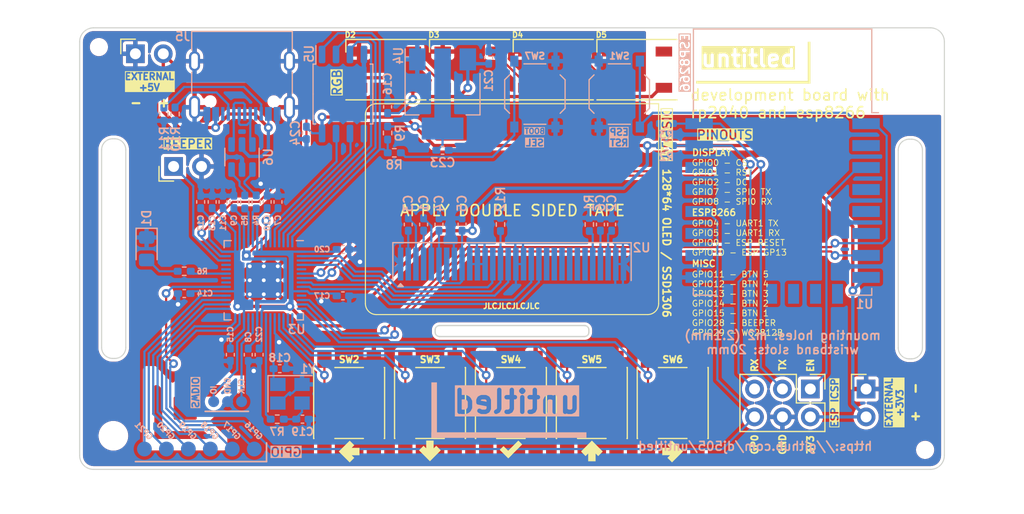
<source format=kicad_pcb>
(kicad_pcb (version 20221018) (generator pcbnew)
  (layers (0 "F.Cu" signal) (31 "B.Cu" signal) (34 "B.Paste" user) (35 "F.Paste" user) (36 "B.SilkS" user "B.Silkscreen") (37 "F.SilkS" user "F.Silkscreen") (38 "B.Mask" user) (39 "F.Mask" user) (44 "Edge.Cuts" user))
  (net 0 "")
  (net 1 "GND")
  (net 2 "+3V3")
  (net 3 "+1V1")
  (net 4 "+5V")
  (net 5 "XIN")
  (net 6 "Net-(D1-A)")
  (net 7 "Net-(D2-DOUT)")
  (net 8 "WS2812B")
  (net 9 "Net-(D3-DOUT)")
  (net 10 "Net-(D4-DOUT)")
  (net 12 "USB D+")
  (net 13 "USB D-")
  (net 14 "SWCLK")
  (net 15 "SWDIO")
  (net 16 "ESP_EN")
  (net 17 "ESP_TX")
  (net 18 "ESP_RX")
  (net 19 "ESP0")
  (net 20 "MOSI")
  (net 21 "QSPI_SS")
  (net 22 "Net-(U3-USB_DP)")
  (net 23 "Net-(U3-USB_DM)")
  (net 24 "Net-(U3-GPIO25)")
  (net 25 "XOUT")
  (net 26 "SCLK")
  (net 27 "CS1")
  (net 28 "RST")
  (net 29 "DC")
  (net 30 "QSPI_SD1")
  (net 31 "QSPI_SD2")
  (net 32 "QSPI_SD0")
  (net 33 "QSPI_SCLK")
  (net 34 "QSPI_SD3")
  (net 35 "BEEP")
  (net 36 "BTN1")
  (net 37 "BTN2")
  (net 38 "BTN3")
  (net 39 "BTN4")
  (net 40 "BTN5")
  (net 41 "ESP13")
  (net 43 "MISO")
  (net 46 "GP16")
  (net 47 "GP17")
  (net 48 "GP18")
  (net 49 "GP19")
  (net 50 "GP20")
  (net 51 "GP21")
  (net 54 "ESP_RST")
  (net 55 "Net-(U2-C1N)")
  (net 56 "Net-(U2-C1P)")
  (net 57 "Net-(U2-VCC)")
  (net 58 "Net-(U2-C2N)")
  (net 59 "Net-(U2-C2P)")
  (net 60 "Net-(U2-VCOMH)")
  (net 61 "Net-(C19-Pad2)")
  (net 63 "Net-(J5-CC2)")
  (net 65 "Net-(J5-CC1)")
  (net 66 "Net-(U2-IREF)")
  (net 67 "Net-(R8-Pad1)")
  (net 89 "USB_DP")
  (net 90 "USB_DN")
  (footprint "MountingHole:MountingHole_1.152mm" (layer "F.Cu") (at 124.1806 95.6056)
    (fp_text reference "REF**" hide)
    (fp_text value "MountingHole_1.152mm")
  )
  (footprint "MountingHole:MountingHole_2.2mm_M2" (layer "F.Cu") (at 198.1 96.9)
    (fp_text reference "REF**" hide)
    (fp_text value "MountingHole_2.2mm_M2")
  )
  (footprint "SSD1306 Pins:SSD1306 0.5mm Pitch" (layer "F.Cu") (at 161.798 110.363)
    (fp_text reference "U2")
    (fp_text value "~")
    (fp_line (start -7 11.2) (end -7 11) (stroke (width 0.12)) (layer "Edge.Cuts"))
    (fp_line (start -6.6 10.6) (end 6.6 10.6) (stroke (width 0.12)) (layer "Edge.Cuts"))
    (fp_line (start 6.6 11.6) (end -6.6 11.6) (stroke (width 0.12)) (layer "Edge.Cuts"))
    (fp_line (start 7 11) (end 7 11.2) (stroke (width 0.12)) (layer "Edge.Cuts"))
    (fp_arc (start -7 11) (mid -6.882843 10.717157) (end -6.6 10.6) (stroke (width 0.12)) (layer "Edge.Cuts"))
    (fp_arc (start -6.6 11.6) (mid -6.882843 11.482843) (end -7 11.2) (stroke (width 0.12)) (layer "Edge.Cuts"))
    (fp_arc (start 6.6 10.6) (mid 6.882843 10.717157) (end 7 11) (stroke (width 0.12)) (layer "Edge.Cuts"))
    (fp_arc (start 7 11.2) (mid 6.882843 11.482843) (end 6.6 11.6) (stroke (width 0.12)) (layer "Edge.Cuts"))
  )
  (footprint "Connector_PinHeader_2.54mm:PinHeader_2x03_P2.54mm_Vertical" (layer "F.Cu") (at 188.961 126.741 -90)
    (fp_text reference "J1" hide)
    (fp_text value "~")
  )
  (footprint "Button_Switch_SMD:SW_Push_1P1T_NO_6x6mm_H9.5mm" (layer "F.Cu") (at 146.9652 128.016 -90)
    (fp_text reference "SW2")
    (fp_text value "Left")
  )
  (footprint "LED_SMD:LED_WS2812B_PLCC4_5.0x5.0mm_P3.2mm" (layer "F.Cu") (at 157.9372 97.663 180)
    (fp_text reference "D3")
    (fp_text value "WS2812B")
  )
  (footprint "Connector_PinHeader_2.54mm:PinHeader_1x02_P2.54mm_Vertical" (layer "F.Cu") (at 130.9828 106.4768 90)
    (fp_text reference "J6" hide)
    (fp_text value "Connector_Generic_Conn_01x02")
  )
  (footprint "Button_Switch_SMD:SW_Push_1P1T_NO_6x6mm_H9.5mm" (layer "F.Cu") (at 169.0632 128.016 -90)
    (fp_text reference "SW5")
    (fp_text value "Up")
  )
  (footprint "LED_SMD:LED_WS2812B_PLCC4_5.0x5.0mm_P3.2mm" (layer "F.Cu") (at 150.3172 97.663 180)
    (fp_text reference "D2")
    (fp_text value "WS2812B")
  )
  (footprint "MountingHole:MountingHole_2.2mm_M2" (layer "F.Cu") (at 125.5 131)
    (fp_text reference "REF**" hide)
    (fp_text value "MountingHole_2.2mm_M2")
  )
  (footprint "Connector_PinHeader_2.54mm:PinHeader_1x02_P2.54mm_Vertical" (layer "F.Cu") (at 194.041 126.741)
    (fp_text reference "J3" hide)
    (fp_text value "External 3V3")
  )
  (footprint "Button_Switch_SMD:SW_Push_1P1T_NO_6x6mm_H9.5mm" (layer "F.Cu") (at 154.3312 128.016 -90)
    (fp_text reference "SW3")
    (fp_text value "Down")
  )
  (footprint "Button_Switch_SMD:SW_Push_1P1T_NO_6x6mm_H9.5mm" (layer "F.Cu") (at 161.6972 128.016 -90)
    (fp_text reference "SW4")
    (fp_text value "Select")
  )
  (footprint "Button_Switch_SMD:SW_Push_1P1T_NO_6x6mm_H9.5mm" (layer "F.Cu") (at 176.4292 128.016 -90)
    (fp_text reference "SW6")
    (fp_text value "Right")
  )
  (footprint "LED_SMD:LED_WS2812B_PLCC4_5.0x5.0mm_P3.2mm" (layer "F.Cu") (at 165.5572 97.663 180)
    (fp_text reference "D4")
    (fp_text value "WS2812B")
  )
  (footprint "LED_SMD:LED_WS2812B_PLCC4_5.0x5.0mm_P3.2mm" (layer "F.Cu") (at 173.1772 97.663 180)
    (fp_text reference "D5")
    (fp_text value "WS2812B")
  )
  (footprint "Connector_PinHeader_2.54mm:PinHeader_1x02_P2.54mm_Vertical" (layer "F.Cu") (at 127.503 96.2152 90)
    (fp_text reference "J2" hide)
    (fp_text value "Ext 5V")
  )
  (footprint "MountingHole:MountingHole_1.152mm" (layer "F.Cu") (at 199.4154 132.2832)
    (fp_text reference "REF**" hide)
    (fp_text value "MountingHole_1.152mm")
  )
  (footprint "Resistor_SMD:R_0402_1005Metric_Pad0.72x0.64mm_HandSolder" (layer "B.Cu") (at 130.0988 101.7149 90)
    (fp_text reference "R11")
    (fp_text value "5.1k")
  )
  (footprint "Capacitor_SMD:C_0402_1005Metric_Pad0.74x0.62mm_HandSolder" (layer "B.Cu") (at 157.248 111.76 -90)
    (fp_text reference "C5")
    (fp_text value "2.2uF")
  )
  (footprint "RF_Module:ESP-12E" (layer "B.Cu") (at 186.436 106.078 180)
    (fp_text reference "U1")
    (fp_text value "ESP-12F")
  )
  (footprint "Button_Switch_SMD:SW_Push_1P1T_XKB_TS-1187A" (layer "B.Cu") (at 171.5664 99.8854 -90)
    (fp_text reference "SW1")
    (fp_text value "ESP RESET")
  )
  (footprint "Resistor_SMD:R_0402_1005Metric_Pad0.72x0.64mm_HandSolder" (layer "B.Cu") (at 175.8563 102.57)
    (fp_text reference "R3")
    (fp_text value "10K")
  )
  (footprint "Capacitor_SMD:C_0402_1005Metric_Pad0.74x0.62mm_HandSolder" (layer "B.Cu") (at 138.77 123.62 -90)
    (fp_text reference "C22")
    (fp_text value "100nF")
  )
  (footprint "Resistor_SMD:R_0402_1005Metric_Pad0.72x0.64mm_HandSolder" (layer "B.Cu") (at 138.5062 109.706799 90)
    (fp_text reference "R4")
    (fp_text value "27 Ohm")
  )
  (footprint "Capacitor_SMD:C_0402_1005Metric_Pad0.74x0.62mm_HandSolder" (layer "B.Cu") (at 139.501801 109.706799 90)
    (fp_text reference "C10")
    (fp_text value "100nF")
  )
  (footprint "Resistor_SMD:R_0402_1005Metric_Pad0.72x0.64mm_HandSolder" (layer "B.Cu") (at 168.837 111.76 -90)
    (fp_text reference "R1")
    (fp_text value "270k")
  )
  (footprint "Connector_PinHeader_1.27mm:PinHeader_1x03_P1.27mm_Vertical" (layer "B.Cu") (at 137.17 127.889 90)
    (fp_text reference "J4" hide)
    (fp_text value "SWD Header")
  )
  (footprint "Capacitor_SMD:C_0402_1005Metric_Pad0.74x0.62mm_HandSolder" (layer "B.Cu") (at 140.65 124.89 180)
    (fp_text reference "C18")
    (fp_text value "27pF")
  )
  (footprint "Connector_PinHeader_2.00mm:PinHeader_1x06_P2.00mm_Vertical" (layer "B.Cu") (at 138.3246 132.207 90)
    (fp_text reference "J7" hide)
    (fp_text value "Conn_01x06")
  )
  (footprint "Capacitor_SMD:C_0402_1005Metric_Pad0.74x0.62mm_HandSolder" (layer "B.Cu") (at 150.4696 101.0499 -90)
    (fp_text reference "C16")
    (fp_text value "beeg")
  )
  (footprint "Resistor_SMD:R_0402_1005Metric_Pad0.72x0.64mm_HandSolder" (layer "B.Cu") (at 131.1148 101.7016 -90)
    (fp_text reference "R10")
    (fp_text value "5.1k")
  )
  (footprint "LED_SMD:LED_0805_2012Metric_Pad1.15x1.40mm_HandSolder" (layer "B.Cu") (at 128.524 113.9669 -90)
    (fp_text reference "D1")
    (fp_text value "DNF")
  )
  (footprint "Capacitor_SMD:C_0402_1005Metric_Pad0.74x0.62mm_HandSolder" (layer "B.Cu") (at 146.4 118.26)
    (fp_text reference "C17")
    (fp_text value "100nF")
  )
  (footprint "Resistor_SMD:R_0402_1005Metric_Pad0.72x0.64mm_HandSolder" (layer "B.Cu") (at 131.95 116.020001 180)
    (fp_text reference "R6")
    (fp_text value "DNF")
  )
  (footprint "Resistor_SMD:R_0402_1005Metric_Pad0.72x0.64mm_HandSolder" (layer "B.Cu") (at 140.419565 129.4892 180)
    (fp_text reference "R7")
    (fp_text value "1k")
  )
  (footprint "Capacitor_SMD:C_0402_1005Metric_Pad0.74x0.62mm_HandSolder" (layer "B.Cu") (at 137.78 123.62 -90)
    (fp_text reference "C8")
    (fp_text value "100nF")
  )
  (footprint "Capacitor_SMD:C_0402_1005Metric_Pad0.74x0.62mm_HandSolder" (layer "B.Cu") (at 142.717466 129.4892 180)
    (fp_text reference "C19")
    (fp_text value "27pF")
  )
  (footprint "Capacitor_SMD:C_0402_1005Metric_Pad0.74x0.62mm_HandSolder" (layer "B.Cu") (at 152.348 111.76 -90)
    (fp_text reference "C3")
    (fp_text value "2.2uF")
  )
  (footprint "Package_SO:SOIC-8_5.23x5.23mm_P1.27mm" (layer "B.Cu") (at 146.4056 99.8788 -90)
    (fp_text reference "U5")
    (fp_text value "W25Q32JVSS")
  )
  (footprint "Capacitor_SMD:C_0402_1005Metric_Pad0.74x0.62mm_HandSolder" (layer "B.Cu") (at 135.4836 109.706799 90)
    (fp_text reference "C11")
    (fp_text value "1uF")
  )
  (footprint "Resistor_SMD:R_0402_1005Metric_Pad0.72x0.64mm_HandSolder" (layer "B.Cu") (at 150.4696 103.4288 -90)
    (fp_text reference "R9")
    (fp_text value "DNF")
  )
  (footprint "Capacitor_SMD:C_0402_1005Metric_Pad0.74x0.62mm_HandSolder" (layer "B.Cu") (at 153.748 111.76 -90)
    (fp_text reference "C1")
    (fp_text value "2.2uF")
  )
  (footprint "Capacitor_SMD:C_0402_1005Metric_Pad0.74x0.62mm_HandSolder" (layer "B.Cu") (at 155.148 111.76 -90)
    (fp_text reference "C4")
    (fp_text value "2.2uF")
  )
  (footprint "Capacitor_SMD:C_0402_1005Metric_Pad0.74x0.62mm_HandSolder" (layer "B.Cu") (at 136.15 123.62 -90)
    (fp_text reference "C15")
    (fp_text value "100nF")
  )
  (footprint "Capacitor_SMD:C_0402_1005Metric_Pad0.74x0.62mm_HandSolder" (layer "B.Cu") (at 159.68 96.5528 90)
    (fp_text reference "C21")
    (fp_text value "10uF")
  )
  (footprint "Capacitor_SMD:C_0402_1005Metric_Pad0.74x0.62mm_HandSolder" (layer "B.Cu") (at 131.95 118.05 180)
    (fp_text reference "C14")
    (fp_text value "100nF")
  )
  (footprint "Resistor_SMD:R_0402_1005Metric_Pad0.72x0.64mm_HandSolder" (layer "B.Cu") (at 160.748 111.76 -90)
    (fp_text reference "R12")
    (fp_text value "4.7k")
  )
  (footprint "Capacitor_SMD:C_0402_1005Metric_Pad0.74x0.62mm_HandSolder" (layer "B.Cu") (at 134.495501 109.706799 90)
    (fp_text reference "C13")
    (fp_text value "100nF")
  )
  (footprint "Connector_USB:USB_C_Receptacle_G-Switch_GT-USB-7010ASV" (layer "B.Cu") (at 137.2108 97.963)
    (fp_text reference "J5")
    (fp_text value "USB_C_Receptacle_USB2.0")
  )
  (footprint "Capacitor_SMD:C_0402_1005Metric_Pad0.74x0.62mm_HandSolder" (layer "B.Cu") (at 155.4734 105)
    (fp_text reference "C23")
    (fp_text value "10uF")
  )
  (footprint "Capacitor_SMD:C_0402_1005Metric_Pad0.74x0.62mm_HandSolder" (layer "B.Cu") (at 133.446604 109.706799 90)
    (fp_text reference "C12")
    (fp_text value "100nF")
  )
  (footprint "Capacitor_SMD:C_0402_1005Metric_Pad0.74x0.62mm_HandSolder" (layer "B.Cu") (at 169.848 111.76 -90)
    (fp_text reference "C6")
    (fp_text value "2.2uF")
  )
  (footprint "RP2040_minimal:RP2040-QFN-56" (layer "B.Cu") (at 139.192 116.84 180)
    (fp_text reference "U3")
    (fp_text value "RP2040")
  )
  (footprint "Capacitor_SMD:C_0402_1005Metric_Pad0.74x0.62mm_HandSolder" (layer "B.Cu") (at 136.474201 109.706799 90)
    (fp_text reference "C9")
    (fp_text value "1uF")
  )
  (footprint "Package_TO_SOT_SMD:SOT-223-3_TabPin2" (layer "B.Cu") (at 155.4734 99.8728 -90)
    (fp_text reference "U4")
    (fp_text value "NCP1117-3.3_SOT223")
  )
  (footprint "Button_Switch_SMD:SW_Push_1P1T_XKB_TS-1187A" (layer "B.Cu") (at 163.8808 99.8854 90)
    (fp_text reference "SW7")
    (fp_text value "BOOTSEL")
  )
  (footprint "Capacitor_SMD:C_0402_1005Metric_Pad0.74x0.62mm_HandSolder" (layer "B.Cu") (at 170.869 111.76 -90)
    (fp_text reference "C2")
    (fp_text value "10uF")
  )
  (footprint "Resistor_SMD:R_0402_1005Metric_Pad0.72x0.64mm_HandSolder" (layer "B.Cu") (at 137.4648 109.706799 90)
    (fp_text reference "R5")
    (fp_text value "27 Ohm")
  )
  (footprint "Package_TO_SOT_SMD:SOT-23-6" (layer "B.Cu") (at 137.2108 105.6187 90)
    (fp_text reference "U6")
    (fp_text value "USBLC6-2SC6")
  )
  (footprint "Resistor_SMD:R_0402_1005Metric_Pad0.72x0.64mm_HandSolder" (layer "B.Cu") (at 151.0792 105.2322 180)
    (fp_text reference "R8")
    (fp_text value "1k")
  )
  (footprint "Capacitor_SMD:C_0402_1005Metric_Pad0.74x0.62mm_HandSolder" (layer "B.Cu") (at 143.08 103.4225 -90)
    (fp_text reference "C24")
    (fp_text value "100nF")
  )
  (footprint "Capacitor_SMD:C_0402_1005Metric_Pad0.74x0.62mm_HandSolder" (layer "B.Cu") (at 146.4 114.030001)
    (fp_text reference "C20")
    (fp_text value "100nF")
  )
  (footprint "Resistor_SMD:R_0402_1005Metric_Pad0.72x0.64mm_HandSolder" (layer "B.Cu") (at 175.8563 104.578)
    (fp_text reference "R2")
    (fp_text value "10K")
  )
  (footprint "Crystal:Crystal_SMD_3225-4Pin_3.2x2.5mm" (layer "B.Cu") (at 141.577099 127.171503)
    (fp_text reference "Y1")
    (fp_text value "12.000MHz")
  )
  (footprint "Capacitor_SMD:C_0402_1005Metric_Pad0.74x0.62mm_HandSolder" (layer "B.Cu") (at 140.4874 109.706799 90)
    (fp_text reference "C7")
    (fp_text value "100nF")
  )
  (gr_line (start 137.795 128.778) (end 133.858 128.778) (stroke (width 0.15)) (layer "B.SilkS"))
  (gr_rect (start 154.4535 126.1364) (end 154.9615 131.191) (fill solid) (layer "B.SilkS"))
  (gr_poly (pts (xy 154.4535 131.191) (xy 154.453501 130.683) (xy 168.5759 130.683) (xy 168.5759 131.191)) (fill solid) (layer "B.SilkS"))
  (gr_line (start 139.446 133.35) (end 139.446 131.65) (stroke (width 0.15)) (layer "B.SilkS"))
  (gr_line (start 127.508 133.35) (end 139.446 133.35) (stroke (width 0.15)) (layer "B.SilkS"))
  (gr_poly (pts (xy 161.172335 132.636612) (xy 162.374415 131.434532) (xy 162.727968 131.788084) (xy 161.525889 132.990165)) (fill solid) (layer "F.SilkS"))
  (gr_poly (pts (xy 153.32981 132.326033) (xy 153.746665 131.906513) (xy 153.983393 132.144749) (xy 153.983393 131.434722) (xy 154.6606 131.434722) (xy 154.6606 132.144749) (xy 154.897329 131.906513) (xy 155.314185 132.326033) (xy 154.321997 133.3246)) (fill solid) (layer "F.SilkS"))
  (gr_poly (pts (xy 170.062991 132.433289) (xy 169.646136 132.852809) (xy 169.409407 132.614573) (xy 169.409407 133.3246) (xy 168.7322 133.3246) (xy 168.7322 132.614573) (xy 168.495472 132.852808) (xy 168.078616 132.433289) (xy 169.070804 131.434722)) (fill solid) (layer "F.SilkS"))
  (gr_poly (pts (xy 176.367119 133.423829) (xy 175.947599 133.006974) (xy 176.185835 132.770245) (xy 175.475808 132.770245) (xy 175.475808 132.093038) (xy 176.185835 132.093038) (xy 175.9476 131.85631) (xy 176.367119 131.439454) (xy 177.365686 132.431642)) (fill solid) (layer "F.SilkS"))
  (gr_poly (pts (xy 160.67736 132.283059) (xy 161.02384 131.936576) (xy 161.80166 132.714394) (xy 161.455178 133.060876)) (fill solid) (layer "F.SilkS"))
  (gr_rect (start 188.722 95.123) (end 188.976 98.933) (fill solid) (layer "F.SilkS"))
  (gr_rect (start 178.562 98.679) (end 188.976 98.933) (fill solid) (layer "F.SilkS"))
  (gr_poly (pts (xy 147.018028 131.443413) (xy 147.437548 131.860268) (xy 147.199312 132.096996) (xy 147.909339 132.096996) (xy 147.909339 132.774204) (xy 147.199312 132.774204) (xy 147.437548 133.010932) (xy 147.018028 133.427788) (xy 146.019461 132.4356)) (fill solid) (layer "F.SilkS"))
  (gr_line (start 201.167999 132.7658) (end 201.168 95.123) (stroke (width 0.1)) (layer "Edge.Cuts"))
  (gr_line (start 123.698 134.0612) (end 199.898 134.061453) (stroke (width 0.1)) (layer "Edge.Cuts"))
  (gr_line (start 125.628 103.9571) (end 125.428817 103.9571) (stroke (width 0.1)) (layer "Edge.Cuts"))
  (gr_line (start 125.428413 123.9571) (end 125.628 123.9571) (stroke (width 0.1)) (layer "Edge.Cuts"))
  (gr_line (start 122.428 95.123) (end 122.428 132.7912) (stroke (width 0.1)) (layer "Edge.Cuts"))
  (gr_arc (start 199.168 122.9944) (mid 198.875107 123.701507) (end 198.168 123.9944) (stroke (width 0.1)) (layer "Edge.Cuts"))
  (gr_arc (start 122.428 95.123) (mid 122.799974 94.224974) (end 123.698 93.853) (stroke (width 0.1)) (layer "Edge.Cuts"))
  (gr_arc (start 201.167999 132.7658) (mid 200.80514 133.680379) (end 199.898 134.061453) (stroke (width 0.1)) (layer "Edge.Cuts"))
  (gr_line (start 197.968413 123.9944) (end 198.168 123.9944) (stroke (width 0.1)) (layer "Edge.Cuts"))
  (gr_arc (start 125.428413 123.9571) (mid 124.721039 123.664353) (end 124.428 122.9571) (stroke (width 0.1)) (layer "Edge.Cuts"))
  (gr_line (start 124.428 122.9571) (end 124.428 104.9571) (stroke (width 0.1)) (layer "Edge.Cuts"))
  (gr_arc (start 123.698 134.0612) (mid 122.799974 133.689226) (end 122.428 132.7912) (stroke (width 0.1)) (layer "Edge.Cuts"))
  (gr_line (start 196.968 122.9944) (end 196.968 104.9944) (stroke (width 0.1)) (layer "Edge.Cuts"))
  (gr_arc (start 125.628 103.9571) (mid 126.335107 104.249993) (end 126.628 104.9571) (stroke (width 0.1)) (layer "Edge.Cuts"))
  (gr_line (start 199.898 93.853) (end 123.698 93.853) (stroke (width 0.1)) (layer "Edge.Cuts"))
  (gr_line (start 198.168 103.9944) (end 197.968817 103.9944) (stroke (width 0.1)) (layer "Edge.Cuts"))
  (gr_arc (start 199.898 93.853) (mid 200.796026 94.224974) (end 201.168 95.123) (stroke (width 0.1)) (layer "Edge.Cuts"))
  (gr_arc (start 126.628 122.9571) (mid 126.335107 123.664207) (end 125.628 123.9571) (stroke (width 0.1)) (layer "Edge.Cuts"))
  (gr_arc (start 197.968413 123.9944) (mid 197.261039 123.701653) (end 196.968 122.9944) (stroke (width 0.1)) (layer "Edge.Cuts"))
  (gr_line (start 199.168 104.9944) (end 199.168 122.9944) (stroke (width 0.1)) (layer "Edge.Cuts"))
  (gr_arc (start 124.428 104.9571) (mid 124.721182 104.249704) (end 125.428817 103.9571) (stroke (width 0.1)) (layer "Edge.Cuts"))
  (gr_line (start 126.628 104.9571) (end 126.628 122.9571) (stroke (width 0.1)) (layer "Edge.Cuts"))
  (gr_arc (start 198.168 103.9944) (mid 198.875107 104.287293) (end 199.168 104.9944) (stroke (width 0.1)) (layer "Edge.Cuts"))
  (gr_arc (start 196.968 104.9944) (mid 197.261182 104.287004) (end 197.968817 103.9944) (stroke (width 0.1)) (layer "Edge.Cuts"))
  (gr_text "IO" (at 134.63 126.364905 90) (layer "B.SilkS") (effects (font (size 0.5 0.5) (thickness 0.125)) (justify left mirror)))
  (gr_text "untitled" (at 162.2552 127.9144) (layer "B.SilkS" knockout) (effects (font (size 2 2) (thickness 0.4) bold) (justify mirror)))
  (gr_text "CLK" (at 137.17 125.722048 90) (layer "B.SilkS") (effects (font (size 0.5 0.5) (thickness 0.125)) (justify left mirror)))
  (gr_text "ESP\nRST" (at 171.5516 103.837864) (layer "B.SilkS" knockout) (effects (font (size 0.6 0.6)) (justify mirror)))
  (gr_text "SWDIO" (at 132.588 128.5494 -90) (layer "B.SilkS" knockout) (effects (font (size 0.6 0.6)) (justify left bottom mirror)))
  (gr_text "GND" (at 135.9 125.603 90) (layer "B.SilkS") (effects (font (size 0.5 0.5) (thickness 0.125)) (justify left mirror)))
  (gr_text "mounting holes: m2 (2.1mm)\nwristband slots: 20mm" (at 186.436 123.6218) (layer "B.SilkS") (effects (font (size 0.8 0.8)) (justify bottom mirror)))
  (gr_text "GP19" (at 132.802739 131.5 -45) (layer "B.SilkS") (effects (font (size 0.5 0.5) (thickness 0.125)) (justify left bottom mirror)))
  (gr_text "GP20" (at 130.802739 131.5 -45) (layer "B.SilkS") (effects (font (size 0.5 0.5) (thickness 0.125)) (justify left bottom mirror)))
  (gr_text "GP17" (at 136.802739 131.5 -45) (layer "B.SilkS") (effects (font (size 0.5 0.5) (thickness 0.125)) (justify left bottom mirror)))
  (gr_text "https://github.com/dj505/untitled" (at 194.691 131.953) (layer "B.SilkS") (effects (font (size 0.8 0.8)) (justify left mirror)))
  (gr_text "GPIO" (at 141.224 132.5) (layer "B.SilkS" knockout) (effects (font (size 0.8 0.8)) (justify mirror)))
  (gr_text "GP18" (at 134.802739 131.5 -45) (layer "B.SilkS") (effects (font (size 0.5 0.5) (thickness 0.125)) (justify left bottom mirror)))
  (gr_text "GP16" (at 138.802739 131.5 -45) (layer "B.SilkS") (effects (font (size 0.5 0.5) (thickness 0.125)) (justify left bottom mirror)))
  (gr_text "SEL" (at 163.8766 104.3266) (layer "B.SilkS" knockout) (effects (font (size 0.6 0.6)) (justify mirror)))
  (gr_text "BOOT" (at 163.8766 103.5392) (layer "B.SilkS" knockout) (effects (font (size 0.471 0.471) (thickness 0.1125)) (justify bottom mirror)))
  (gr_text "ESP8266" (at 178.0286 94.234 90) (layer "B.SilkS" knockout) (effects (font (size 0.8 0.8)) (justify left bottom mirror)))
  (gr_text "GP21" (at 128.802739 131.5 -45) (layer "B.SilkS") (effects (font (size 0.5 0.5) (thickness 0.125)) (justify left bottom mirror)))
  (gr_text "EN" (at 188.976 125.2728 90) (layer "F.SilkS") (effects (font (size 0.6 0.6) (thickness 0.15) bold) (justify left)))
  (gr_text "DISPLAY" (at 178.1302 105.5624) (layer "F.SilkS") (effects (font (size 0.6 0.6) (thickness 0.12) bold) (justify left bottom)))
  (gr_text "untitled" (at 183.3118 96.647) (layer "F.SilkS" knockout) (effects (font (size 1.5 1.5) (thickness 0.3))))
  (gr_text "GPIO11 - BTN 5\nGPIO12 - BTN 4\nGPIO13 - BTN 3\nGPIO14 - BTN 2\nGPIO15 - BTN 1\nGPIO28 - BEEPER\nGPIO29 - WS2812B" (at 178.1302 115.9764) (layer "F.SilkS") (effects (font (size 0.55 0.55) (thickness 0.075)) (justify left top)))
  (gr_text "3V3" (at 188.976 130.88619 90) (layer "F.SilkS") (effects (font (size 0.6 0.6) (thickness 0.15) bold) (justify right)))
  (gr_text "128*64 OLED / SSD1306" (at 175.46 106.6 270) (layer "F.SilkS") (effects (font (size 0.7 0.7)) (justify left bottom)))
  (gr_text "development board with\nrp2040 and esp8266" (at 177.9524 102.1588) (layer "F.SilkS") (effects (font (size 1 1)) (justify left bottom)))
  (gr_text "TX" (at 186.436 125.177562 90) (layer "F.SilkS") (effects (font (size 0.6 0.6) (thickness 0.15) bold) (justify left)))
  (gr_text "-" (at 127.5588 100.6602) (layer "F.SilkS") (effects (font (size 0.8 0.8) (thickness 0.2) bold)))
  (gr_text "RX" (at 183.896 125.2728 90) (layer "F.SilkS") (effects (font (size 0.6 0.6) (thickness 0.15) bold) (justify left)))
  (gr_text "GPIO4 - UART1 TX\nGPIO5 - UART1 RX\nGPIO9 - ESP RESET\nGPIO10 - ESP GP13\n" (at 178.1302 111.3282) (layer "F.SilkS") (effects (font (size 0.55 0.55) (thickness 0.075)) (justify left top)))
  (gr_text "GPIO0 - CS\nGPIO1 - RST\nGPIO2 - DC\nGPIO7 - SPI0 TX\nGPIO8 - SPI0 RX" (at 178.1302 105.8164) (layer "F.SilkS") (effects (font (size 0.55 0.55) (thickness 0.075)) (justify left top)))
  (gr_text "+" (at 198.4996 129.229199 90) (layer "F.SilkS") (effects (font (size 0.8 0.8) (thickness 0.2) bold)))
  (gr_text "EXTERNAL\n+5V" (at 128.778 98.7806) (layer "F.SilkS" knockout) (effects (font (size 0.614 0.614))))
  (gr_text "APPLY DOUBLE SIDED TAPE" (at 161.8488 110.49) (layer "F.SilkS") (effects (font (size 1 1))))
  (gr_text "DISPLAY" (at 175.38 101.04 -90) (layer "F.SilkS" knockout) (effects (font (size 0.8 0.8)) (justify left bottom)))
  (gr_text "JLCJLCJLCJLC" (at 161.7472 119.4816) (layer "F.SilkS") (effects (font (size 0.5 0.5) (thickness 0.125)) (justify bottom)))
  (gr_text "BEEPER" (at 132.2628 104.8766) (layer "F.SilkS" knockout) (effects (font (size 0.775 0.775)) (justify bottom)))
  (gr_text "RGB" (at 146.3294 100.14 90) (layer "F.SilkS" knockout) (effects (font (size 0.8 0.8)) (justify left bottom)))
  (gr_text "GP0" (at 183.896 130.81 90) (layer "F.SilkS") (effects (font (size 0.6 0.6) (thickness 0.15) bold) (justify right)))
  (gr_text "ESP8266" (at 178.1048 111.0234) (layer "F.SilkS") (effects (font (size 0.6 0.6) (thickness 0.12) bold) (justify left bottom)))
  (gr_text "GND" (at 186.436 130.771905 90) (layer "F.SilkS") (effects (font (size 0.6 0.6) (thickness 0.15) bold) (justify right)))
  (gr_text "PINOUTS" (at 178.5366 103.6066) (layer "F.SilkS" knockout) (effects (font (size 0.8 0.8)) (justify left)))
  (gr_text "+" (at 130.0988 100.6602) (layer "F.SilkS") (effects (font (size 0.8 0.8) (thickness 0.2) bold)))
  (gr_text "ESP ICSP" (at 191.55 128.01 90) (layer "F.SilkS" knockout) (effects (font (size 0.63 0.63)) (justify bottom)))
  (gr_text "EXTERNAL\n+3V3" (at 196.62 128.01 90) (layer "F.SilkS" knockout) (effects (font (size 0.614 0.614))))
  (gr_text "-" (at 198.4996 126.689199 90) (layer "F.SilkS") (effects (font (size 0.8 0.8) (thickness 0.2) bold)))
  (gr_text "MISC" (at 178.1048 115.6716) (layer "F.SilkS") (effects (font (size 0.6 0.6) (thickness 0.12) bold) (justify left bottom)))
  (via (at 135.3312 122.2502) (size 0.8) (drill 0.4) (layers "F.Cu" "B.Cu") (net 1))
  (via (at 147.955 115.1636) (size 0.8) (drill 0.4) (layers "F.Cu" "B.Cu") (net 1))
  (via (at 138.9126 108.0516) (size 0.8) (drill 0.4) (layers "F.Cu" "B.Cu") (net 1))
  (via (at 144.42603 118.749126) (size 0.8) (drill 0.4) (layers "F.Cu" "B.Cu") (net 1))
  (via (at 131.3825 119.03) (size 0.8) (drill 0.4) (layers "F.Cu" "B.Cu") (net 1))
  (via (at 138.2776 125.095) (size 0.8) (drill 0.4) (layers "F.Cu" "B.Cu") (net 1))
  (via (at 140.589 122.4788) (size 0.8) (drill 0.4) (layers "F.Cu" "B.Cu") (net 1))
  (segment (start 140.577099 128.021503) (end 141.477099 127.121503) (width 0.2) (layer "B.Cu") (net 1))
  (segment (start 156.4972 115.363) (end 156.4972 113.411) (width 0.2) (layer "B.Cu") (net 1))
  (segment (start 142.588497 126.321503) (end 142.677099 126.321503) (width 0.2) (layer "B.Cu") (net 1))
  (segment (start 162.0972 115.363) (end 162.0972 113.411) (width 0.2) (layer "B.Cu") (net 1))
  (segment (start 171.1972 115.363) (end 171.1972 117.2198) (width 0.2) (layer "B.Cu") (net 1))
  (segment (start 140.477099 128.021503) (end 140.577099 128.021503) (width 0.2) (layer "B.Cu") (net 1))
  (segment (start 159.2972 115.363) (end 159.2972 113.411) (width 0.2) (layer "B.Cu") (net 1))
  (segment (start 171.1972 115.363) (end 171.8972 115.363) (width 0.2) (layer "B.Cu") (net 1))
  (segment (start 162.148 115.363) (end 162.148 117.221) (width 0.2) (layer "B.Cu") (net 1))
  (segment (start 140.192 121.662) (end 140.35 121.82) (width 0.2) (layer "B.Cu") (net 1))
  (segment (start 151.5972 115.363) (end 151.5972 113.411) (width 0.2) (layer "B.Cu") (net 1))
  (segment (start 157.948 115.363) (end 159.2972 115.363) (width 0.2) (layer "B.Cu") (net 1))
  (segment (start 171.8972 115.363) (end 171.8972 117.221) (width 0.2) (layer "B.Cu") (net 1))
  (segment (start 162.7972 115.363) (end 162.7972 113.411) (width 0.2) (layer "B.Cu") (net 1))
  (segment (start 132.8908 101.688) (end 132.8908 101.088) (width 0.4) (layer "B.Cu") (net 1))
  (segment (start 141.477099 127.121503) (end 141.788497 127.121503) (width 0.2) (layer "B.Cu") (net 1))
  (segment (start 171.1972 115.363) (end 171.1972 113.411) (width 0.2) (layer "B.Cu") (net 1))
  (segment (start 158.5972 115.363) (end 158.5972 113.411) (width 0.2) (layer "B.Cu") (net 1))
  (segment (start 141.788497 127.121503) (end 142.588497 126.321503) (width 0.2) (layer "B.Cu") (net 1))
  (segment (start 156.0409 105) (end 156.0409 104.983) (width 0.2) (layer "B.Cu") (net 1))
  (segment (start 157.8972 115.3122) (end 157.948 115.363) (width 0.2) (layer "B.Cu") (net 1))
  (segment (start 140.192 120.2775) (end 140.192 121.662) (width 0.2) (layer "B.Cu") (net 1))
  (segment (start 157.8972 113.411) (end 157.8972 115.3122) (width 0.2) (layer "B.Cu") (net 1))
  (segment (start 162.0972 115.363) (end 162.7972 115.363) (width 0.2) (layer "B.Cu") (net 1))
  (segment (start 134.0108 101.688) (end 132.8908 101.688) (width 0.4) (layer "B.Cu") (net 1))
  (segment (start 171.8972 115.363) (end 171.8972 113.411) (width 0.2) (layer "B.Cu") (net 1))
  (segment (start 192.8296 111.956) (end 185.4454 104.5718) (width 0.3) (layer "F.Cu") (net 2))
  (segment (start 185.4454 104.5718) (end 174.117 104.5718) (width 0.3) (layer "F.Cu") (net 2))
  (segment (start 146.345 120.99) (end 143.34 120.99) (width 0.3) (layer "F.Cu") (net 2))
  (segment (start 152.1085 101.981) (end 144.5006 101.981) (width 0.3) (layer "F.Cu") (net 2))
  (segment (start 143.34 120.99) (end 141.57 119.22) (width 0.3) (layer "F.Cu") (net 2))
  (segment (start 154.6993 104.5718) (end 174.117 104.5718) (width 0.3) (layer "F.Cu") (net 2))
  (segment (start 152.9588 102.8313) (end 152.1085 101.981) (width 0.3) (layer "F.Cu") (net 2))
  (segment (start 155.0075 112.3275) (end 146.345 120.99) (width 0.3) (layer "F.Cu") (net 2))
  (segment (start 158.1912 112.3275) (end 155.0075 112.3275) (width 0.3) (layer "F.Cu") (net 2))
  (segment (start 192.8296 117.7844) (end 192.8296 111.956) (width 0.3) (layer "F.Cu") (net 2))
  (segment (start 152.9588 102.8313) (end 154.6993 104.5718) (width 0.3) (layer "F.Cu") (net 2))
  (segment (start 136.81 119.22) (end 141.57 119.22) (width 0.3) (layer "F.Cu") (net 2))
  (via (at 152.9588 102.8313) (size 0.8) (drill 0.4) (layers "F.Cu" "B.Cu") (net 2))
  (via (at 136.81 119.22) (size 0.8) (drill 0.4) (layers "F.Cu" "B.Cu") (net 2))
  (via (at 192.8296 117.7844) (size 0.8) (drill 0.4) (layers "F.Cu" "B.Cu") (net 2))
  (via (at 174.117 104.5718) (size 0.8) (drill 0.4) (layers "F.Cu" "B.Cu") (net 2))
  (via (at 144.5006 101.981) (size 0.8) (drill 0.4) (layers "F.Cu" "B.Cu") (net 2))
  (via (at 141.57 119.22) (size 0.8) (drill 0.4) (layers "F.Cu" "B.Cu") (net 2))
  (via (at 158.1912 112.3275) (size 0.8) (drill 0.4) (layers "F.Cu" "B.Cu") (net 2))
  (segment (start 155.4734 104.4956) (end 155.4734 103.0228) (width 0.2) (layer "B.Cu") (net 2))
  (segment (start 136.992 111.846) (end 136.992 113.4025) (width 0.2) (layer "B.Cu") (net 2))
  (segment (start 157.047 117.113) (end 157.248 116.912) (width 0.2) (layer "B.Cu") (net 2))
  (segment (start 135.387711 114.24) (end 135.7545 114.24) (width 0.2) (layer "B.Cu") (net 2))
  (segment (start 133.446604 110.274299) (end 133.446604 110.332604) (width 0.2) (layer "B.Cu") (net 2))
  (segment (start 138.992 119.638) (end 139.11 119.52) (width 0.2) (layer "B.Cu") (net 2))
  (segment (start 150.4696 102.8313) (end 155.2819 102.8313) (width 0.2) (layer "B.Cu") (net 2))
  (segment (start 136.992 114.118) (end 136.87 114.24) (width 0.2) (layer "B.Cu") (net 2))
  (segment (start 157.248 112.3275) (end 157.1972 112.3275) (width 0.2) (layer "B.Cu") (net 2))
  (segment (start 132.5175 118.05) (end 132.7275 117.84) (width 0.2) (layer "B.Cu") (net 2))
  (segment (start 155.363 117.113) (end 157.047 117.113) (width 0.2) (layer "B.Cu") (net 2))
  (segment (start 154.969 105) (end 155.4734 104.4956) (width 0.2) (layer "B.Cu") (net 2))
  (segment (start 175.2588 102.57) (end 175.2588 104.5512) (width 0.2) (layer "B.Cu") (net 2))
  (segment (start 135.4836 110.3376) (end 136.992 111.846) (width 0.2) (layer "B.Cu") (net 2))
  (segment (start 139.501801 110.274299) (end 139.501801 110.316736) (width 0.2) (layer "B.Cu") (net 2))
  (segment (start 155.148 116.898) (end 155.363 117.113) (width 0.2) (layer "B.Cu") (net 2))
  (segment (start 158.1912 110.5408) (end 158.1912 112.3275) (width 0.3) (layer "B.Cu") (net 2))
  (segment (start 138.592 111.226537) (end 138.592 113.4025) (width 0.2) (layer "B.Cu") (net 2))
  (segment (start 157.248 115.363) (end 157.248 112.3275) (width 0.2) (layer "B.Cu") (net 2))
  (segment (start 157.248 116.912) (end 157.248 115.363) (width 0.2) (layer "B.Cu") (net 2))
  (segment (start 135.7545 117.84) (end 136.49 117.84) (width 0.2) (layer "B.Cu") (net 2))
  (segment (start 138.592 113.4025) (end 138.992 113.4025) (width 0.2) (layer "B.Cu") (net 2))
  (segment (start 143.371975 118.05) (end 143.161975 117.84) (width 0.2) (layer "B.Cu") (net 2))
  (segment (start 144.5006 103.4788) (end 144.5006 101.981) (width 0.3) (layer "B.Cu") (net 2))
  (segment (start 137.392 120.2775) (end 137.392 121.286628) (width 0.2) (layer "B.Cu") (net 2))
  (segment (start 134.239 113.091289) (end 135.387711 114.24) (width 0.2) (layer "B.Cu") (net 2))
  (segment (start 137.392 120.2775) (end 137.392 119.5324) (width 0.2) (layer "B.Cu") (net 2))
  (segment (start 136.592 113.4025) (end 136.592 114.182) (width 0.2) (layer "B.Cu") (net 2))
  (segment (start 139.11 119.52) (end 139.11 119.33) (width 0.2) (layer "B.Cu") (net 2))
  (segment (start 142.6295 117.84) (end 141.91 117.84) (width 0.2) (layer "B.Cu") (net 2))
  (segment (start 138.992 113.4025) (end 138.992 114.128) (width 0.2) (layer "B.Cu") (net 2))
  (segment (start 138.592 113.4025) (end 138.592 114.128) (width 0.2) (layer "B.Cu") (net 2))
  (segment (start 134.495501 110.336351) (end 136.592 112.43285) (width 0.2) (layer "B.Cu") (net 2))
  (segment (start 133.447903 110.2955) (end 133.446604 110.296799) (width 0.2) (layer "B.Cu") (net 2))
  (segment (start 174.117 104.5718) (end 174.117 106.299) (width 0.3) (layer "B.Cu") (net 2))
  (segment (start 136.592 112.43285) (end 136.592 113.4025) (width 0.2) (layer "B.Cu") (net 2))
  (segment (start 136.992 113.4025) (end 136.992 114.118) (width 0.2) (layer "B.Cu") (net 2))
  (segment (start 138.992 120.2775) (end 138.992 122.8305) (width 0.2) (layer "B.Cu") (net 2))
  (segment (start 143.161975 117.84) (end 142.6295 117.84) (width 0.2) (layer "B.Cu") (net 2))
  (segment (start 134.239 111.125) (end 134.239 113.091289) (width 0.2) (layer "B.Cu") (net 2))
  (segment (start 157.1972 112.3275) (end 158.1912 112.3275) (width 0.3) (layer "B.Cu") (net 2))
  (segment (start 145.8325 114.030001) (end 145.622501 114.24) (width 0.2) (layer "B.Cu") (net 2))
  (segment (start 144.5514 103.4474) (end 143.6074 103.4474) (width 0.2) (layer "B.Cu") (net 2))
  (segment (start 154.9059 105) (end 154.969 105) (width 0.2) (layer "B.Cu") (net 2))
  (segment (start 145.8325 118.26) (end 145.6225 118.05) (width 0.2) (layer "B.Cu") (net 2))
  (segment (start 133.446604 110.332604) (end 134.239 111.125) (width 0.2) (layer "B.Cu") (net 2))
  (segment (start 143.08 102.92) (end 143.08 102.855) (width 0.2) (layer "B.Cu") (net 2))
  (segment (start 155.148 112.3275) (end 155.148 116.898) (width 0.2) (layer "B.Cu") (net 2))
  (segment (start 132.7275 117.84) (end 135.7545 117.84) (width 0.2) (layer "B.Cu") (net 2))
  (segment (start 138.992 122.8305) (end 138.77 123.0525) (width 0.2) (layer "B.Cu") (net 2))
  (segment (start 134.495501 110.274299) (end 134.495501 110.336351) (width 0.2) (layer "B.Cu") (net 2))
  (segment (start 188.961 129.281) (end 194.041 129.281) (width 0.3) (layer "B.Cu") (net 2))
  (segment (start 139.501801 110.316736) (end 138.592 111.226537) (width 0.2) (layer "B.Cu") (net 2))
  (segment (start 174.117 106.299) (end 171.958 108.458) (width 0.3) (layer "B.Cu") (net 2))
  (segment (start 155.2819 102.8313) (end 155.4734 103.0228) (width 0.2) (layer "B.Cu") (net 2))
  (segment (start 155.4734 96.7228) (end 155.4734 103.0228) (width 1.5) (layer "B.Cu") (net 2))
  (segment (start 192.8296 128.0696) (end 194.041 129.281) (width 0.3) (layer "B.Cu") (net 2))
  (segment (start 160.274 108.458) (end 158.1912 110.5408) (width 0.3) (layer "B.Cu") (net 2))
  (segment (start 192.8296 117.7844) (end 192.8296 128.0696) (width 0.3) (layer "B.Cu") (net 2))
  (segment (start 135.4836 110.274299) (end 135.4836 110.3376) (width 0.2) (layer "B.Cu") (net 2))
  (segment (start 194.036 116.578) (end 192.8296 117.7844) (width 0.3) (layer "B.Cu") (net 2))
  (segment (start 171.958 108.458) (end 160.274 108.458) (width 0.3) (layer "B.Cu") (net 2))
  (segment (start 143.6074 103.4474) (end 143.08 102.92) (width 0.2) (layer "B.Cu") (net 2))
  (segment (start 145.622501 114.24) (end 142.6295 114.24) (width 0.2) (layer "B.Cu") (net 2))
  (segment (start 174.117 104.5718) (end 175.2526 104.5718) (width 0.3) (layer "B.Cu") (net 2))
  (segment (start 142.6295 114.24) (end 141.85 114.24) (width 0.2) (layer "B.Cu") (net 2))
  (segment (start 136.592 114.182) (end 136.534 114.24) (width 0.2) (layer "B.Cu") (net 2))
  (segment (start 155.0972 112.3275) (end 155.148 112.3275) (width 0.2) (layer "B.Cu") (net 2))
  (segment (start 145.6225 118.05) (end 143.371975 118.05) (width 0.2) (layer "B.Cu") (net 2))
  (segment (start 138.992 120.2775) (end 138.992 119.638) (width 0.2) (layer "B.Cu") (net 2))
  (segment (start 175.2526 104.5718) (end 175.2588 104.578) (width 0.3) (layer "B.Cu") (net 2))
  (segment (start 136.534 114.24) (end 135.7545 114.24) (width 0.2) (layer "B.Cu") (net 2))
  (segment (start 137.392 121.286628) (end 136.15 122.528628) (width 0.2) (layer "B.Cu") (net 2))
  (segment (start 136.15 122.528628) (end 136.15 123.0525) (width 0.2) (layer "B.Cu") (net 2))
  (segment (start 139.39389 112.80611) (end 139.39389 111.41389) (width 0.2) (layer "F.Cu") (net 3))
  (segment (start 137.6 114.6) (end 139.39389 112.80611) (width 0.2) (layer "F.Cu") (net 3))
  (via (at 137.6 114.6) (size 0.8) (drill 0.4) (layers "F.Cu" "B.Cu") (net 3))
  (via (at 139.39389 111.41389) (size 0.8) (drill 0.4) (layers "F.Cu" "B.Cu") (net 3))
  (segment (start 136.474201 110.274299) (end 136.474201 110.329669) (width 0.2) (layer "B.Cu") (net 3))
  (segment (start 138.592 120.2775) (end 138.592 122.178) (width 0.2) (layer "B.Cu") (net 3))
  (segment (start 137.392 114.392) (end 137.6 114.6) (width 0.2) (layer "B.Cu") (net 3))
  (segment (start 139.392 111.41578) (end 140.4874 110.32038) (width 0.2) (layer "B.Cu") (net 3))
  (segment (start 137.392 111.247468) (end 137.392 113.4025) (width 0.2) (layer "B.Cu") (net 3))
  (segment (start 140.4874 110.32038) (end 140.4874 110.274299) (width 0.2) (layer "B.Cu") (net 3))
  (segment (start 138.592 120.2775) (end 138.592 119.552) (width 0.2) (layer "B.Cu") (net 3))
  (segment (start 137.78 122.99) (end 137.78 123.0525) (width 0.2) (layer "B.Cu") (net 3))
  (segment (start 139.392 113.4025) (end 139.392 111.41578) (width 0.2) (layer "B.Cu") (net 3))
  (segment (start 138.592 122.178) (end 137.78 122.99) (width 0.2) (layer "B.Cu") (net 3))
  (segment (start 137.392 113.4025) (end 137.392 114.392) (width 0.2) (layer "B.Cu") (net 3))
  (segment (start 136.474201 110.329669) (end 137.392 111.247468) (width 0.2) (layer "B.Cu") (net 3))
  (segment (start 159.287 100.113) (end 160.087 99.313) (width 0.3) (layer "F.Cu") (net 4))
  (segment (start 168.0072 99.313) (end 168.303 99.313) (width 0.3) (layer "F.Cu") (net 4))
  (segment (start 134.81 102.94) (end 136.0484 101.7016) (width 0.3) (layer "F.Cu") (net 4))
  (segment (start 160.087 99.313) (end 160.3872 99.313) (width 0.3) (layer "F.Cu") (net 4))
  (segment (start 169.103 100.113) (end 174.527 100.113) (width 0.3) (layer "F.Cu") (net 4))
  (segment (start 130.043 101.503) (end 131.48 102.94) (width 0.3) (layer "F.Cu") (net 4))
  (segment (start 138.3724 101.7016) (end 139.6108 102.94) (width 0.3) (layer "F.Cu") (net 4))
  (segment (start 175.327 99.313) (end 175.6272 99.313) (width 0.3) (layer "F.Cu") (net 4))
  (segment (start 130.043 96.2152) (end 132.2278 98.4) (width 0.3) (layer "F.Cu") (net 4))
  (segment (start 152.7672 100.3438) (end 152.7672 99.313) (width 0.3) (layer "F.Cu") (net 4))
  (segment (start 157.771 99.322) (end 156.98 100.113) (width 0.3) (layer "F.Cu") (net 4))
  (segment (start 152.473 99.313) (end 152.7672 99.313) (width 0.3) (layer "F.Cu") (net 4))
  (segment (start 132.2278 98.4) (end 151.56 98.4) (width 0.3) (layer "F.Cu") (net 4))
  (segment (start 157.7734 99.322) (end 157.771 99.322) (width 0.2) (layer "F.Cu") (net 4))
  (segment (start 168.303 99.313) (end 169.103 100.113) (width 0.3) (layer "F.Cu") (net 4))
  (segment (start 174.527 100.113) (end 175.327 99.313) (width 0.3) (layer "F.Cu") (net 4))
  (segment (start 136.0484 101.7016) (end 138.3724 101.7016) (width 0.3) (layer "F.Cu") (net 4))
  (segment (start 153.068 99.313) (end 153.868 100.113) (width 0.3) (layer "F.Cu") (net 4))
  (segment (start 161.483 100.113) (end 166.907 100.113) (width 0.3) (layer "F.Cu") (net 4))
  (segment (start 151.56 98.4) (end 152.473 99.313) (width 0.3) (layer "F.Cu") (net 4))
  (segment (start 152.7672 99.313) (end 153.068 99.313) (width 0.3) (layer "F.Cu") (net 4))
  (segment (start 131.48 102.94) (end 134.81 102.94) (width 0.3) (layer "F.Cu") (net 4))
  (segment (start 160.683 99.313) (end 161.483 100.113) (width 0.3) (layer "F.Cu") (net 4))
  (segment (start 160.3872 99.313) (end 160.683 99.313) (width 0.3) (layer "F.Cu") (net 4))
  (segment (start 167.707 99.313) (end 168.0072 99.313) (width 0.3) (layer "F.Cu") (net 4))
  (segment (start 153.868 100.113) (end 156.98 100.113) (width 0.3) (layer "F.Cu") (net 4))
  (segment (start 156.98 100.113) (end 159.287 100.113) (width 0.3) (layer "F.Cu") (net 4))
  (segment (start 166.907 100.113) (end 167.707 99.313) (width 0.3) (layer "F.Cu") (net 4))
  (segment (start 130.043 96.2152) (end 130.043 101.503) (width 0.3) (layer "F.Cu") (net 4))
  (via (at 152.7672 100.3554) (size 0.8) (drill 0.4) (layers "F.Cu" "B.Cu") (net 4))
  (via (at 139.6108 102.94) (size 0.8) (drill 0.4) (layers "F.Cu" "B.Cu") (net 4))
  (via (at 157.7734 99.322) (size 0.8) (drill 0.4) (layers "F.Cu" "B.Cu") (net 4))
  (via (at 134.81 102.94) (size 0.8) (drill 0.4) (layers "F.Cu" "B.Cu") (net 4))
  (segment (start 151.4936 101.6174) (end 152.7556 100.3554) (width 0.2) (layer "B.Cu") (net 4))
  (segment (start 134.81 102.94) (end 134.81 101.6888) (width 0.3) (layer "B.Cu") (net 4))
  (segment (start 157.7734 96.7228) (end 157.7734 99.322) (width 0.3) (layer "B.Cu") (net 4))
  (segment (start 137.2108 104.900807) (end 137.2108 104.4812) (width 0.3) (layer "B.Cu") (net 4))
  (segment (start 139.6108 101.688) (end 139.6108 102.9338) (width 0.2) (layer "B.Cu") (net 4))
  (segment (start 139.6108 104.9658) (end 139.0142 105.5624) (width 0.3) (layer "B.Cu") (net 4))
  (segment (start 137.872393 105.5624) (end 137.2108 104.900807) (width 0.3) (layer "B.Cu") (net 4))
  (segment (start 150.4696 101.6174) (end 151.4936 101.6174) (width 0.2) (layer "B.Cu") (net 4))
  (segment (start 134.81 101.6888) (end 134.8108 101.688) (width 0.3) (layer "B.Cu") (net 4))
  (segment (start 157.7734 96.7228) (end 158.1709 97.1203) (width 0.3) (layer "B.Cu") (net 4))
  (segment (start 158.1709 97.1203) (end 159.68 97.1203) (width 0.3) (layer "B.Cu") (net 4))
  (segment (start 139.6108 102.94) (end 139.6108 104.9658) (width 0.3) (layer "B.Cu") (net 4))
  (segment (start 139.0142 105.5624) (end 137.872393 105.5624) (width 0.3) (layer "B.Cu") (net 4))
  (segment (start 140.0825 125.926904) (end 140.0825 124.89) (width 0.2) (layer "B.Cu") (net 5))
  (segment (start 140.0825 124.3525) (end 139.792 124.062) (width 0.2) (layer "B.Cu") (net 5))
  (segment (start 140.0825 124.89) (end 140.0825 124.3525) (width 0.2) (layer "B.Cu") (net 5))
  (segment (start 140.477099 126.321503) (end 140.0825 125.926904) (width 0.2) (layer "B.Cu") (net 5))
  (segment (start 139.792 124.062) (end 139.792 120.2775) (width 0.2) (layer "B.Cu") (net 5))
  (segment (start 131.3525 116.020001) (end 129.685201 116.020001) (width 0.2) (layer "B.Cu") (net 6))
  (segment (start 128.6571 114.9919) (end 128.524 114.9919) (width 0.2) (layer "B.Cu") (net 6))
  (segment (start 129.685201 116.020001) (end 128.6571 114.9919) (width 0.2) (layer "B.Cu") (net 6))
  (segment (start 155.4872 98.9923) (end 155.4872 99.313) (width 0.2) (layer "F.Cu") (net 7))
  (segment (start 152.7672 96.2723) (end 155.4872 98.9923) (width 0.2) (layer "F.Cu") (net 7))
  (segment (start 152.7672 96.013) (end 152.7672 96.2723) (width 0.2) (layer "F.Cu") (net 7))
  (segment (start 136.3651 109.7026) (end 138.7348 109.7026) (width 0.2) (layer "F.Cu") (net 8))
  (segment (start 133.536641 112.531059) (end 136.3651 109.7026) (width 0.2) (layer "F.Cu") (net 8))
  (segment (start 143.0782 105.3592) (end 143.0782 101.1174) (width 0.2) (layer "F.Cu") (net 8))
  (segment (start 138.7348 109.7026) (end 143.0782 105.3592) (width 0.2) (layer "F.Cu") (net 8))
  (segment (start 144.8826 99.313) (end 147.8672 99.313) (width 0.2) (layer "F.Cu") (net 8))
  (segment (start 143.0782 101.1174) (end 144.8826 99.313) (width 0.2) (layer "F.Cu") (net 8))
  (via (at 133.536641 112.531059) (size 0.8) (drill 0.4) (layers "F.Cu" "B.Cu") (net 8))
  (segment (start 133.536641 112.531059) (end 133.536641 112.954616) (width 0.2) (layer "B.Cu") (net 8))
  (segment (start 135.222025 114.64) (end 135.7545 114.64) (width 0.2) (layer "B.Cu") (net 8))
  (segment (start 133.536641 112.954616) (end 135.222025 114.64) (width 0.2) (layer "B.Cu") (net 8))
  (segment (start 163.1072 98.9976) (end 163.1072 99.313) (width 0.2) (layer "F.Cu") (net 9))
  (segment (start 160.3872 96.013) (end 160.3872 96.2776) (width 0.2) (layer "F.Cu") (net 9))
  (segment (start 160.3872 96.2776) (end 163.1072 98.9976) (width 0.2) (layer "F.Cu") (net 9))
  (segment (start 168.0072 96.3284) (end 170.7272 99.0484) (width 0.2) (layer "F.Cu") (net 10))
  (segment (start 168.0072 96.013) (end 168.0072 96.3284) (width 0.2) (layer "F.Cu") (net 10))
  (segment (start 170.7272 99.0484) (end 170.7272 99.313) (width 0.2) (layer "F.Cu") (net 10))
  (segment (start 136.9358 101.713) (end 136.9608 101.688) (width 0.2) (layer "B.Cu") (net 12))
  (segment (start 137.9608 101.688) (end 137.9608 104.2812) (width 0.2) (layer "B.Cu") (net 12))
  (segment (start 137.9608 101.688) (end 137.9608 102.3922) (width 0.2) (layer "B.Cu") (net 12))
  (segment (start 137.0628 102.6922) (end 136.9358 102.5652) (width 0.2) (layer "B.Cu") (net 12))
  (segment (start 137.6608 102.6922) (end 137.0628 102.6922) (width 0.2) (layer "B.Cu") (net 12))
  (segment (start 137.9608 104.2812) (end 138.1608 104.4812) (width 0.2) (layer "B.Cu") (net 12))
  (segment (start 136.9358 102.5652) (end 136.9358 101.713) (width 0.2) (layer "B.Cu") (net 12))
  (segment (start 137.9608 102.3922) (end 137.6608 102.6922) (width 0.2) (layer "B.Cu") (net 12))
  (segment (start 136.5932 100.6856) (end 136.4608 100.818) (width 0.2) (layer "B.Cu") (net 13))
  (segment (start 137.4608 101.688) (end 137.4608 100.818) (width 0.2) (layer "B.Cu") (net 13))
  (segment (start 137.3284 100.6856) (end 136.5932 100.6856) (width 0.2) (layer "B.Cu") (net 13))
  (segment (start 136.4608 104.2812) (end 136.2608 104.4812) (width 0.2) (layer "B.Cu") (net 13))
  (segment (start 136.4608 101.688) (end 136.4608 104.2812) (width 0.2) (layer "B.Cu") (net 13))
  (segment (start 137.4608 100.818) (end 137.3284 100.6856) (width 0.2) (layer "B.Cu") (net 13))
  (segment (start 136.4608 100.818) (end 136.4608 101.688) (width 0.2) (layer "B.Cu") (net 13))
  (segment (start 138.192 121.618) (end 137.17 122.64) (width 0.2) (layer "B.Cu") (net 14))
  (segment (start 138.192 120.2775) (end 138.192 121.618) (width 0.2) (layer "B.Cu") (net 14))
  (segment (start 137.17 122.64) (end 137.17 127.889) (width 0.2) (layer "B.Cu") (net 14))
  (segment (start 134.63 127.149113) (end 134.63 127.889) (width 0.2) (layer "B.Cu") (net 15))
  (segment (start 137.792 121.452314) (end 136.77 122.474314) (width 0.2) (layer "B.Cu") (net 15))
  (segment (start 136.77 122.474314) (end 136.77 125.009113) (width 0.2) (layer "B.Cu") (net 15))
  (segment (start 136.77 125.009113) (end 134.63 127.149113) (width 0.2) (layer "B.Cu") (net 15))
  (segment (start 137.792 120.2775) (end 137.792 121.452314) (width 0.2) (layer "B.Cu") (net 15))
  (segment (start 193.292 106.578) (end 190.4238 109.4462) (width 0.2) (layer "B.Cu") (net 16))
  (segment (start 190.4238 125.2782) (end 188.961 126.741) (width 0.2) (layer "B.Cu") (net 16))
  (segment (start 194.036 106.578) (end 193.292 106.578) (width 0.2) (layer "B.Cu") (net 16))
  (segment (start 190.4238 109.4462) (end 190.4238 125.2782) (width 0.2) (layer "B.Cu") (net 16))
  (segment (start 184.4548 106.2798) (end 183.4196 107.315) (width 0.2) (layer "F.Cu") (net 17))
  (segment (start 145.394831 115.971169) (end 145.394831 116.1395) (width 0.2) (layer "F.Cu") (net 17))
  (segment (start 183.4196 107.315) (end 154.051 107.315) (width 0.2) (layer "F.Cu") (net 17))
  (segment (start 154.051 107.315) (end 145.394831 115.971169) (width 0.2) (layer "F.Cu") (net 17))
  (via (at 184.4548 106.2798) (size 0.8) (drill 0.4) (layers "F.Cu" "B.Cu") (net 17))
  (via (at 145.394831 116.1395) (size 0.8) (drill 0.4) (layers "F.Cu" "B.Cu") (net 17))
  (segment (start 142.6295 116.64) (end 143.90955 116.64) (width 0.2) (layer "B.Cu") (net 17))
  (segment (start 184.4548 124.7748) (end 186.421 126.741) (width 0.2) (layer "B.Cu") (net 17))
  (segment (start 178.836 102.578) (end 180.683 102.578) (width 0.2) (layer "B.Cu") (net 17))
  (segment (start 176.4618 102.578) (end 178.836 102.578) (width 0.2) (layer "B.Cu") (net 17))
  (segment (start 176.4538 102.57) (end 176.4618 102.578) (width 0.2) (layer "B.Cu") (net 17))
  (segment (start 144.10905 116.8395) (end 144.694831 116.8395) (width 0.2) (layer "B.Cu") (net 17))
  (segment (start 184.4548 106.2798) (end 184.4548 124.7748) (width 0.2) (layer "B.Cu") (net 17))
  (segment (start 178.836 102.578) (end 180.753 102.578) (width 0.2) (layer "B.Cu") (net 17))
  (segment (start 144.694831 116.8395) (end 145.394831 116.1395) (width 0.2) (layer "B.Cu") (net 17))
  (segment (start 143.90955 116.64) (end 144.10905 116.8395) (width 0.2) (layer "B.Cu") (net 17))
  (segment (start 180.753 102.578) (end 184.4548 106.2798) (width 0.2) (layer "B.Cu") (net 17))
  (segment (start 182.870097 106.915) (end 153.6235 106.915) (width 0.2) (layer "F.Cu") (net 18))
  (segment (start 153.6235 106.915) (end 144.399 116.1395) (width 0.2) (layer "F.Cu") (net 18))
  (segment (start 183.505297 106.2798) (end 182.870097 106.915) (width 0.2) (layer "F.Cu") (net 18))
  (via (at 144.399 116.1395) (size 0.8) (drill 0.4) (layers "F.Cu" "B.Cu") (net 18))
  (via (at 183.505297 106.2798) (size 0.8) (drill 0.4) (layers "F.Cu" "B.Cu") (net 18))
  (segment (start 178.836 104.578) (end 181.802467 104.578) (width 0.2) (layer "B.Cu") (net 18))
  (segment (start 183.504782 106.280315) (end 183.504782 115.910418) (width 0.2) (layer "B.Cu") (net 18))
  (segment (start 182.4228 125.2828) (end 183.881 126.741) (width 0.2) (layer "B.Cu") (net 18))
  (segment (start 181.802467 104.578) (end 183.504782 106.280315) (width 0.2) (layer "B.Cu") (net 18))
  (segment (start 144.399 116.1395) (end 144.2985 116.24) (width 0.2) (layer "B.Cu") (net 18))
  (segment (start 144.2985 116.24) (end 142.6295 116.24) (width 0.2) (layer "B.Cu") (net 18))
  (segment (start 176.4538 104.578) (end 178.836 104.578) (width 0.2) (layer "B.Cu") (net 18))
  (segment (start 183.504782 115.910418) (end 182.4228 116.9924) (width 0.2) (layer "B.Cu") (net 18))
  (segment (start 182.4228 116.9924) (end 182.4228 125.2828) (width 0.2) (layer "B.Cu") (net 18))
  (segment (start 130.302 118.0338) (end 130.302 123.7625) (width 0.2) (layer "F.Cu") (net 19))
  (segment (start 130.302 123.7625) (end 130.974831 124.435331) (width 0.2) (layer "F.Cu") (net 19))
  (via (at 130.974831 124.435331) (size 0.8) (drill 0.4) (layers "F.Cu" "B.Cu") (net 19))
  (via (at 130.302 118.0338) (size 0.8) (drill 0.4) (layers "F.Cu" "B.Cu") (net 19))
  (segment (start 180.4924 125.8924) (end 183.881 129.281) (width 0.2) (layer "B.Cu") (net 19))
  (segment (start 131.991632 129.682) (end 137.3528 129.682) (width 0.2) (layer "B.Cu") (net 19))
  (segment (start 178.836 110.578) (end 179.588 110.578) (width 0.2) (layer "B.Cu") (net 19))
  (segment (start 137.3528 129.682) (end 139.8778 132.207) (width 0.2) (layer "B.Cu") (net 19))
  (segment (start 130.6746 124.735562) (end 130.6746 128.364968) (width 0.2) (layer "B.Cu") (net 19))
  (segment (start 130.974831 124.435331) (end 130.6746 124.735562) (width 0.2) (layer "B.Cu") (net 19))
  (segment (start 139.8778 132.207) (end 180.955 132.207) (width 0.2) (layer "B.Cu") (net 19))
  (segment (start 180.955 132.207) (end 183.881 129.281) (width 0.2) (layer "B.Cu") (net 19))
  (segment (start 130.6746 128.364968) (end 131.991632 129.682) (width 0.2) (layer "B.Cu") (net 19))
  (segment (start 130.8958 117.44) (end 130.302 118.0338) (width 0.2) (layer "B.Cu") (net 19))
  (segment (start 135.7545 117.44) (end 130.8958 117.44) (width 0.2) (layer "B.Cu") (net 19))
  (segment (start 179.588 110.578) (end 180.4924 111.4824) (width 0.2) (layer "B.Cu") (net 19))
  (segment (start 180.4924 111.4824) (end 180.4924 125.8924) (width 0.2) (layer "B.Cu") (net 19))
  (segment (start 142.6295 117.44) (end 143.327661 117.44) (width 0.2) (layer "B.Cu") (net 20))
  (segment (start 143.537661 117.65) (end 149.29626 117.65) (width 0.2) (layer "B.Cu") (net 20))
  (segment (start 149.29626 117.65) (end 150.64526 118.999) (width 0.2) (layer "B.Cu") (net 20))
  (segment (start 150.64526 118.999) (end 162.2612 118.999) (width 0.2) (layer "B.Cu") (net 20))
  (segment (start 162.2612 118.999) (end 164.248 117.0122) (width 0.2) (layer "B.Cu") (net 20))
  (segment (start 143.327661 117.44) (end 143.537661 117.65) (width 0.2) (layer "B.Cu") (net 20))
  (segment (start 164.248 117.0122) (end 164.248 115.363) (width 0.2) (layer "B.Cu") (net 20))
  (segment (start 145.948399 94.335601) (end 149.017368 94.335601) (width 0.2) (layer "B.Cu") (net 21))
  (segment (start 144.5514 95.7326) (end 145.948399 94.335601) (width 0.2) (layer "B.Cu") (net 21))
  (segment (start 149.017368 94.335601) (end 149.7614 95.079634) (width 0.2) (layer "B.Cu") (net 21))
  (segment (start 149.7614 95.079634) (end 149.7614 104.908029) (width 0.2) (layer "B.Cu") (net 21))
  (segment (start 141.792 112.87743) (end 141.792 113.4025) (width 0.2) (layer "B.Cu") (net 21))
  (segment (start 150.120029 104.908029) (end 150.4442 105.2322) (width 0.2) (layer "B.Cu") (net 21))
  (segment (start 150.4817 105.2322) (end 150.4817 104.0384) (width 0.2) (layer "B.Cu") (net 21))
  (segment (start 149.7614 104.908029) (end 150.120029 104.908029) (width 0.2) (layer "B.Cu") (net 21))
  (segment (start 144.5514 96.2474) (end 144.5514 95.7326) (width 0.2) (layer "B.Cu") (net 21))
  (segment (start 150.4442 105.2322) (end 150.4817 105.2322) (width 0.2) (layer "B.Cu") (net 21))
  (segment (start 150.4817 104.0384) (end 150.4696 104.0263) (width 0.2) (layer "B.Cu") (net 21))
  (segment (start 149.7614 104.908029) (end 141.792 112.87743) (width 0.2) (layer "B.Cu") (net 21))
  (segment (start 138.192 110.618499) (end 138.192 113.4025) (width 0.2) (layer "B.Cu") (net 22))
  (segment (start 138.5062 110.304299) (end 138.192 110.618499) (width 0.2) (layer "B.Cu") (net 22))
  (segment (start 137.464801 110.304299) (end 137.792 110.631498) (width 0.2) (layer "B.Cu") (net 23))
  (segment (start 137.792 110.631498) (end 137.792 113.4025) (width 0.2) (layer "B.Cu") (net 23))
  (segment (start 132.767499 116.24) (end 135.7545 116.24) (width 0.2) (layer "B.Cu") (net 24))
  (segment (start 132.5475 116.020001) (end 132.767499 116.24) (width 0.2) (layer "B.Cu") (net 24))
  (segment (start 139.822065 129.4892) (end 139.392 129.059135) (width 0.2) (layer "B.Cu") (net 25))
  (segment (start 139.392 129.059135) (end 139.392 120.2775) (width 0.2) (layer "B.Cu") (net 25))
  (segment (start 163.548 117.0122) (end 163.548 115.363) (width 0.2) (layer "B.Cu") (net 26))
  (segment (start 143.703347 117.25) (end 149.461945 117.25) (width 0.2) (layer "B.Cu") (net 26))
  (segment (start 150.829945 118.618) (end 161.9422 118.618) (width 0.2) (layer "B.Cu") (net 26))
  (segment (start 149.461945 117.25) (end 150.829945 118.618) (width 0.2) (layer "B.Cu") (net 26))
  (segment (start 142.6295 117.04) (end 143.493347 117.04) (width 0.2) (layer "B.Cu") (net 26))
  (segment (start 161.9422 118.618) (end 163.548 117.0122) (width 0.2) (layer "B.Cu") (net 26))
  (segment (start 143.493347 117.04) (end 143.703347 117.25) (width 0.2) (layer "B.Cu") (net 26))
  (segment (start 159.9972 117.063) (end 159.9972 115.363) (width 0.2) (layer "B.Cu") (net 27))
  (segment (start 147.534372 116.05) (end 149.959003 116.05) (width 0.2) (layer "B.Cu") (net 27))
  (segment (start 151.384003 117.475) (end 159.5852 117.475) (width 0.2) (layer "B.Cu") (net 27))
  (segment (start 149.959003 116.05) (end 151.384003 117.475) (width 0.2) (layer "B.Cu") (net 27))
  (segment (start 159.5852 117.475) (end 159.9972 117.063) (width 0.2) (layer "B.Cu") (net 27))
  (segment (start 146.124372 114.64) (end 147.534372 116.05) (width 0.2) (layer "B.Cu") (net 27))
  (segment (start 142.6295 114.64) (end 146.124372 114.64) (width 0.2) (layer "B.Cu") (net 27))
  (segment (start 159.9042 117.856) (end 160.748 117.0122) (width 0.2) (layer "B.Cu") (net 28))
  (segment (start 151.199317 117.856) (end 159.9042 117.856) (width 0.2) (layer "B.Cu") (net 28))
  (segment (start 160.748 117.0122) (end 160.748 112.3997) (width 0.2) (layer "B.Cu") (net 28))
  (segment (start 145.958686 115.04) (end 147.368686 116.45) (width 0.2) (layer "B.Cu") (net 28))
  (segment (start 149.793317 116.45) (end 151.199317 117.856) (width 0.2) (layer "B.Cu") (net 28))
  (segment (start 142.6295 115.04) (end 145.958686 115.04) (width 0.2) (layer "B.Cu") (net 28))
  (segment (start 147.368686 116.45) (end 149.793317 116.45) (width 0.2) (layer "B.Cu") (net 28))
  (segment (start 142.6295 115.44) (end 145.793 115.44) (width 0.2) (layer "B.Cu") (net 29))
  (segment (start 147.203 116.85) (end 149.627631 116.85) (width 0.2) (layer "B.Cu") (net 29))
  (segment (start 145.793 115.44) (end 147.203 116.85) (width 0.2) (layer "B.Cu") (net 29))
  (segment (start 151.014631 118.237) (end 160.2232 118.237) (width 0.2) (layer "B.Cu") (net 29))
  (segment (start 160.2232 118.237) (end 161.448 117.0122) (width 0.2) (layer "B.Cu") (net 29))
  (segment (start 161.448 117.0122) (end 161.448 115.363) (width 0.2) (layer "B.Cu") (net 29))
  (segment (start 149.627631 116.85) (end 151.014631 118.237) (width 0.2) (layer "B.Cu") (net 29))
  (segment (start 145.8214 95.758) (end 146.8438 94.7356) (width 0.2) (layer "B.Cu") (net 30))
  (segment (start 149.3614 95.245319) (end 149.3614 104.742343) (width 0.2) (layer "B.Cu") (net 30))
  (segment (start 145.8214 96.2474) (end 145.8214 95.758) (width 0.2) (layer "B.Cu") (net 30))
  (segment (start 146.8438 94.7356) (end 148.851682 94.7356) (width 0.2) (layer "B.Cu") (net 30))
  (segment (start 148.851682 94.7356) (end 149.3614 95.245319) (width 0.2) (layer "B.Cu") (net 30))
  (segment (start 149.3614 104.742343) (end 141.392 112.711744) (width 0.2) (layer "B.Cu") (net 30))
  (segment (start 141.392 112.711744) (end 141.392 113.4025) (width 0.2) (layer "B.Cu") (net 30))
  (segment (start 148.9614 95.411004) (end 148.9614 104.576658) (width 0.2) (layer "B.Cu") (net 31))
  (segment (start 147.7138 95.1356) (end 148.685996 95.1356) (width 0.2) (layer "B.Cu") (net 31))
  (segment (start 140.992 112.546058) (end 140.992 113.4025) (width 0.2) (layer "B.Cu") (net 31))
  (segment (start 147.0914 96.2474) (end 147.0914 95.758) (width 0.2) (layer "B.Cu") (net 31))
  (segment (start 147.0914 95.758) (end 147.7138 95.1356) (width 0.2) (layer "B.Cu") (net 31))
  (segment (start 148.685996 95.1356) (end 148.9614 95.411004) (width 0.2) (layer "B.Cu") (net 31))
  (segment (start 148.9614 104.576658) (end 140.992 112.546058) (width 0.2) (layer "B.Cu") (net 31))
  (segment (start 148.3614 104.610972) (end 140.592 112.380372) (width 0.2) (layer "B.Cu") (net 32))
  (segment (start 148.3614 103.4474) (end 148.3614 104.610972) (width 0.2) (layer "B.Cu") (net 32))
  (segment (start 140.592 112.380372) (end 140.592 113.4025) (width 0.2) (layer "B.Cu") (net 32))
  (segment (start 140.192 112.214686) (end 140.192 113.4025) (width 0.2) (layer "B.Cu") (net 33))
  (segment (start 147.0914 103.4474) (end 147.0914 105.315286) (width 0.2) (layer "B.Cu") (net 33))
  (segment (start 147.0914 105.315286) (end 140.192 112.214686) (width 0.2) (layer "B.Cu") (net 33))
  (segment (start 145.8214 103.4474) (end 145.8214 106.0196) (width 0.2) (layer "B.Cu") (net 34))
  (segment (start 145.8214 106.0196) (end 139.792 112.049) (width 0.2) (layer "B.Cu") (net 34))
  (segment (start 139.792 112.049) (end 139.792 113.4025) (width 0.2) (layer "B.Cu") (net 34))
  (segment (start 135.7545 115.04) (end 135.056339 115.04) (width 0.2) (layer "B.Cu") (net 35))
  (segment (start 132.77 108.264) (end 130.9828 106.4768) (width 0.2) (layer "B.Cu") (net 35))
  (segment (start 135.056339 115.04) (end 132.77 112.753661) (width 0.2) (layer "B.Cu") (net 35))
  (segment (start 132.77 112.753661) (end 132.77 108.264) (width 0.2) (layer "B.Cu") (net 35))
  (segment (start 144.7152 124.041) (end 144.7152 131.991) (width 0.2) (layer "F.Cu") (net 36))
  (via (at 144.7152 125.476) (size 0.8) (drill 0.4) (layers "F.Cu" "B.Cu") (net 36))
  (segment (start 140.592 121.3528) (end 140.592 120.2775) (width 0.2) (layer "B.Cu") (net 36))
  (segment (start 144.7152 125.476) (end 140.592 121.3528) (width 0.2) (layer "B.Cu") (net 36))
  (segment (start 152.0812 124.041) (end 152.0812 131.991) (width 0.2) (layer "F.Cu") (net 37))
  (via (at 152.0812 125.476) (size 0.8) (drill 0.4) (layers "F.Cu" "B.Cu") (net 37))
  (segment (start 150.2842 123.679) (end 143.483886 123.679) (width 0.2) (layer "B.Cu") (net 37))
  (segment (start 152.0812 125.476) (end 150.2842 123.679) (width 0.2) (layer "B.Cu") (net 37))
  (segment (start 143.483886 123.679) (end 140.992 121.187114) (width 0.2) (layer "B.Cu") (net 37))
  (segment (start 140.992 121.187114) (end 140.992 120.2775) (width 0.2) (layer "B.Cu") (net 37))
  (segment (start 159.4472 124.041) (end 159.4472 131.991) (width 0.2) (layer "F.Cu") (net 38))
  (via (at 159.4472 125.476) (size 0.8) (drill 0.4) (layers "F.Cu" "B.Cu") (net 38))
  (segment (start 157.2502 123.279) (end 143.649572 123.279) (width 0.2) (layer "B.Cu") (net 38))
  (segment (start 159.4472 125.476) (end 157.2502 123.279) (width 0.2) (layer "B.Cu") (net 38))
  (segment (start 141.392 121.021428) (end 141.392 120.2775) (width 0.2) (layer "B.Cu") (net 38))
  (segment (start 143.649572 123.279) (end 141.392 121.021428) (width 0.2) (layer "B.Cu") (net 38))
  (segment (start 166.8132 124.041) (end 166.8132 131.991) (width 0.2) (layer "F.Cu") (net 39))
  (via (at 166.8132 125.476) (size 0.8) (drill 0.4) (layers "F.Cu" "B.Cu") (net 39))
  (segment (start 141.792 120.855742) (end 141.792 120.2775) (width 0.2) (layer "B.Cu") (net 39))
  (segment (start 164.2162 122.879) (end 143.815258 122.879) (width 0.2) (layer "B.Cu") (net 39))
  (segment (start 143.815258 122.879) (end 141.792 120.855742) (width 0.2) (layer "B.Cu") (net 39))
  (segment (start 166.8132 125.476) (end 164.2162 122.879) (width 0.2) (layer "B.Cu") (net 39))
  (segment (start 174.1792 124.041) (end 174.1792 131.991) (width 0.2) (layer "F.Cu") (net 40))
  (via (at 174.1792 125.476) (size 0.8) (drill 0.4) (layers "F.Cu" "B.Cu") (net 40))
  (segment (start 146.035289 122.479) (end 142.996289 119.44) (width 0.2) (layer "B.Cu") (net 40))
  (segment (start 142.996289 119.44) (end 142.6295 119.44) (width 0.2) (layer "B.Cu") (net 40))
  (segment (start 171.1822 122.479) (end 146.035289 122.479) (width 0.2) (layer "B.Cu") (net 40))
  (segment (start 174.1792 125.476) (end 171.1822 122.479) (width 0.2) (layer "B.Cu") (net 40))
  (segment (start 191.2112 114.578) (end 190.8506 114.2174) (width 0.2) (layer "F.Cu") (net 41))
  (segment (start 190.8506 114.2174) (end 157.92694 114.2174) (width 0.2) (layer "F.Cu") (net 41))
  (segment (start 151.114469 121.029871) (end 151.114469 121.7795) (width 0.2) (layer "F.Cu") (net 41))
  (segment (start 157.92694 114.2174) (end 151.114469 121.029871) (width 0.2) (layer "F.Cu") (net 41))
  (via (at 151.114469 121.7795) (size 0.8) (drill 0.4) (layers "F.Cu" "B.Cu") (net 41))
  (via (at 191.2112 114.578) (size 0.8) (drill 0.4) (layers "F.Cu" "B.Cu") (net 41))
  (segment (start 143.161975 119.04) (end 146.200975 122.079) (width 0.2) (layer "B.Cu") (net 41))
  (segment (start 142.6295 119.04) (end 143.161975 119.04) (width 0.2) (layer "B.Cu") (net 41))
  (segment (start 150.814969 122.079) (end 151.114469 121.7795) (width 0.2) (layer "B.Cu") (net 41))
  (segment (start 146.200975 122.079) (end 150.814969 122.079) (width 0.2) (layer "B.Cu") (net 41))
  (segment (start 194.036 114.578) (end 191.2112 114.578) (width 0.2) (layer "B.Cu") (net 41))
  (segment (start 133.06063 121.431) (end 130.3246 124.16703) (width 0.2) (layer "B.Cu") (net 46))
  (segment (start 130.3246 128.509942) (end 131.846658 130.032) (width 0.2) (layer "B.Cu") (net 46))
  (segment (start 136.992 120.2775) (end 136.992 120.809975) (width 0.2) (layer "B.Cu") (net 46))
  (segment (start 131.846658 130.032) (end 136.1496 130.032) (width 0.2) (layer "B.Cu") (net 46))
  (segment (start 136.370974 121.431) (end 133.06063 121.431) (width 0.2) (layer "B.Cu") (net 46))
  (segment (start 130.3246 124.16703) (end 130.3246 128.509942) (width 0.2) (layer "B.Cu") (net 46))
  (segment (start 136.1496 130.032) (end 138.3246 132.207) (width 0.2) (layer "B.Cu") (net 46))
  (segment (start 136.992 120.809975) (end 136.370974 121.431) (width 0.2) (layer "B.Cu") (net 46))
  (segment (start 131.680972 130.432) (end 134.5496 130.432) (width 0.2) (layer "B.Cu") (net 47))
  (segment (start 129.9246 124.001345) (end 129.9246 128.675628) (width 0.2) (layer "B.Cu") (net 47))
  (segment (start 136.592 120.644289) (end 136.205289 121.031) (width 0.2) (layer "B.Cu") (net 47))
  (segment (start 134.5496 130.432) (end 136.3246 132.207) (width 0.2) (layer "B.Cu") (net 47))
  (segment (start 136.592 120.2775) (end 136.592 120.644289) (width 0.2) (layer "B.Cu") (net 47))
  (segment (start 132.894945 121.031) (end 129.9246 124.001345) (width 0.2) (layer "B.Cu") (net 47))
  (segment (start 129.9246 128.675628) (end 131.680972 130.432) (width 0.2) (layer "B.Cu") (net 47))
  (segment (start 136.205289 121.031) (end 132.894945 121.031) (width 0.2) (layer "B.Cu") (net 47))
  (segment (start 131.515286 130.832) (end 132.9496 130.832) (width 0.2) (layer "B.Cu") (net 48))
  (segment (start 129.5246 128.841314) (end 131.515286 130.832) (width 0.2) (layer "B.Cu") (net 48))
  (segment (start 129.5246 123.83566) (end 129.5246 128.841314) (width 0.2) (layer "B.Cu") (net 48))
  (segment (start 133.920258 119.44) (end 129.5246 123.83566) (width 0.2) (layer "B.Cu") (net 48))
  (segment (start 132.9496 130.832) (end 134.3246 132.207) (width 0.2) (layer "B.Cu") (net 48))
  (segment (start 135.7545 119.44) (end 133.920258 119.44) (width 0.2) (layer "B.Cu") (net 48))
  (segment (start 135.7545 119.04) (end 133.754572 119.04) (width 0.2) (layer "B.Cu") (net 49))
  (segment (start 133.754572 119.04) (end 129.1246 123.669972) (width 0.2) (layer "B.Cu") (net 49))
  (segment (start 129.1246 129.007) (end 132.3246 132.207) (width 0.2) (layer "B.Cu") (net 49))
  (segment (start 129.1246 123.669972) (end 129.1246 129.007) (width 0.2) (layer "B.Cu") (net 49))
  (segment (start 128.7246 130.607) (end 130.3246 132.207) (width 0.2) (layer "B.Cu") (net 50))
  (segment (start 133.588886 118.64) (end 128.7246 123.504287) (width 0.2) (layer "B.Cu") (net 50))
  (segment (start 135.7545 118.64) (end 133.588886 118.64) (width 0.2) (layer "B.Cu") (net 50))
  (segment (start 128.7246 123.504287) (end 128.7246 130.607) (width 0.2) (layer "B.Cu") (net 50))
  (segment (start 128.3246 123.3386) (end 128.3246 132.207) (width 0.2) (layer "B.Cu") (net 51))
  (segment (start 135.7545 118.24) (end 133.4232 118.24) (width 0.2) (layer "B.Cu") (net 51))
  (segment (start 133.4232 118.24) (end 128.3246 123.3386) (width 0.2) (layer "B.Cu") (net 51))
  (segment (start 157.761254 113.8174) (end 150.198677 121.379977) (width 0.2) (layer "F.Cu") (net 54))
  (segment (start 190.8556 113.8174) (end 157.761254 113.8174) (width 0.2) (layer "F.Cu") (net 54))
  (segment (start 191.2112 113.4618) (end 190.8556 113.8174) (width 0.2) (layer "F.Cu") (net 54))
  (via (at 191.2112 113.4618) (size 0.8) (drill 0.4) (layers "F.Cu" "B.Cu") (net 54))
  (via (at 150.198677 121.379977) (size 0.8) (drill 0.4) (layers "F.Cu" "B.Cu") (net 54))
  (segment (start 173.4414 102.7586) (end 173.4414 102.8854) (width 0.2) (layer "B.Cu") (net 54))
  (segment (start 195.5022 113.4618) (end 195.9102 113.0538) (width 0.2) (layer "B.Cu") (net 54))
  (segment (start 149.899654 121.679) (end 150.198677 121.379977) (width 0.2) (layer "B.Cu") (net 54))
  (segment (start 192.2934 101.59) (end 174.61 101.59) (width 0.2) (layer "B.Cu") (net 54))
  (segment (start 174.61 101.59) (end 173.4414 102.7586) (width 0.2) (layer "B.Cu") (net 54))
  (segment (start 142.6295 118.64) (end 143.327661 118.64) (width 0.2) (layer "B.Cu") (net 54))
  (segment (start 194.036 102.578) (end 193.2814 102.578) (width 0.2) (layer "B.Cu") (net 54))
  (segment (start 193.2814 102.578) (end 192.2934 101.59) (width 0.2) (layer "B.Cu") (net 54))
  (segment (start 143.327661 118.64) (end 146.366661 121.679) (width 0.2) (layer "B.Cu") (net 54))
  (segment (start 195.9102 113.0538) (end 195.9102 103.6828) (width 0.2) (layer "B.Cu") (net 54))
  (segment (start 173.4414 102.8854) (end 173.4414 96.8854) (width 0.2) (layer "B.Cu") (net 54))
  (segment (start 191.2112 113.4618) (end 195.5022 113.4618) (width 0.2) (layer "B.Cu") (net 54))
  (segment (start 194.8054 102.578) (end 194.036 102.578) (width 0.2) (layer "B.Cu") (net 54))
  (segment (start 195.9102 103.6828) (end 194.8054 102.578) (width 0.2) (layer "B.Cu") (net 54))
  (segment (start 146.366661 121.679) (end 149.899654 121.679) (width 0.2) (layer "B.Cu") (net 54))
  (segment (start 153.748 111.1925) (end 154.448 111.8925) (width 0.2) (layer "B.Cu") (net 55))
  (segment (start 154.448 111.8925) (end 154.448 115.363) (width 0.2) (layer "B.Cu") (net 55))
  (segment (start 153.748 112.3275) (end 153.748 115.3122) (width 0.2) (layer "B.Cu") (net 56))
  (segment (start 153.6972 112.3275) (end 153.748 112.3275) (width 0.2) (layer "B.Cu") (net 56))
  (segment (start 170.548 112.6485) (end 170.548 115.363) (width 0.2) (layer "B.Cu") (net 57))
  (segment (start 170.869 112.3275) (end 170.548 112.6485) (width 0.2) (layer "B.Cu") (net 57))
  (segment (start 153.048 111.8925) (end 153.048 115.363) (width 0.2) (layer "B.Cu") (net 58))
  (segment (start 152.348 111.1925) (end 153.048 111.8925) (width 0.2) (layer "B.Cu") (net 58))
  (segment (start 152.348 112.3275) (end 152.348 115.363) (width 0.2) (layer "B.Cu") (net 59))
  (segment (start 169.7972 112.3275) (end 169.848 112.3275) (width 0.2) (layer "B.Cu") (net 60))
  (segment (start 169.848 112.3275) (end 169.848 115.363) (width 0.2) (layer "B.Cu") (net 60))
  (segment (start 142.0368 129.4892) (end 141.174599 129.4892) (width 0.2) (layer "B.Cu") (net 61))
  (segment (start 142.677099 128.848901) (end 142.0368 129.4892) (width 0.2) (layer "B.Cu") (net 61))
  (segment (start 142.677099 128.021503) (end 142.677099 128.848901) (width 0.2) (layer "B.Cu") (net 61))
  (segment (start 137.3806 99.2378) (end 138.9608 100.818) (width 0.2) (layer "B.Cu") (net 63))
  (segment (start 131.9403 99.2378) (end 137.3806 99.2378) (width 0.2) (layer "B.Cu") (net 63))
  (segment (start 138.9608 100.818) (end 138.9608 101.688) (width 0.2) (layer "B.Cu") (net 63))
  (segment (start 130.0607 101.1174) (end 131.9403 99.2378) (width 0.2) (layer "B.Cu") (net 63))
  (segment (start 131.1148 101.0666) (end 132.4434 99.738) (width 0.2) (layer "B.Cu") (net 65))
  (segment (start 132.4434 99.738) (end 134.8808 99.738) (width 0.2) (layer "B.Cu") (net 65))
  (segment (start 131.1148 101.1041) (end 131.1148 101.0666) (width 0.2) (layer "B.Cu") (net 65))
  (segment (start 134.8808 99.738) (end 135.9608 100.818) (width 0.2) (layer "B.Cu") (net 65))
  (segment (start 135.9608 100.818) (end 135.9608 101.688) (width 0.2) (layer "B.Cu") (net 65))
  (segment (start 169.148 112.6685) (end 169.148 115.363) (width 0.2) (layer "B.Cu") (net 66))
  (segment (start 168.837 112.3575) (end 169.148 112.6685) (width 0.2) (layer "B.Cu") (net 66))
  (segment (start 152.092 105.61) (end 151.7142 105.2322) (width 0.2) (layer "B.Cu") (net 67))
  (segment (start 151.7142 105.2322) (end 151.6767 105.2322) (width 0.2) (layer "B.Cu") (net 67))
  (segment (start 162.0058 102.8854) (end 162.0058 103.6274) (width 0.2) (layer "B.Cu") (net 67))
  (segment (start 162.0058 96.8854) (end 162.0058 102.8854) (width 0.2) (layer "B.Cu") (net 67))
  (segment (start 160.0232 105.61) (end 152.092 105.61) (width 0.2) (layer "B.Cu") (net 67))
  (segment (start 162.0058 103.6274) (end 160.0232 105.61) (width 0.2) (layer "B.Cu") (net 67))
  (segment (start 137.4358 107.8437) (end 137.4358 108.038899) (width 0.2) (layer "B.Cu") (net 89))
  (segment (start 138.1608 107.1187) (end 137.4358 107.8437) (width 0.2) (layer "B.Cu") (net 89))
  (segment (start 138.1608 106.7562) (end 138.1608 107.1187) (width 0.2) (layer "B.Cu") (net 89))
  (segment (start 137.4358 108.038899) (end 138.5062 109.109299) (width 0.2) (layer "B.Cu") (net 89))
  (segment (start 137.4648 108.704296) (end 137.4648 109.109299) (width 0.2) (layer "B.Cu") (net 90))
  (segment (start 136.9858 108.225296) (end 137.4648 108.704296) (width 0.2) (layer "B.Cu") (net 90))
  (segment (start 136.2608 107.1187) (end 136.9858 107.8437) (width 0.2) (layer "B.Cu") (net 90))
  (segment (start 136.9858 107.8437) (end 136.9858 108.225296) (width 0.2) (layer "B.Cu") (net 90))
  (segment (start 136.2608 106.7562) (end 136.2608 107.1187) (width 0.2) (layer "B.Cu") (net 90))
  (zone (net 1) (net_name "GND") (layers "F&B.Cu") (connect_pads (clearance 0.3)) (min_thickness 0.25) (fill yes (thermal_gap 0.3) (thermal_bridge_width 0.4) (island_removal_mode 1) (island_area_min 10))
    (polygon (pts (xy 122.428 93.853) (xy 122.428 134.0612) (xy 201.168 134.0358) (xy 201.168 93.8276)))
  )
  (zone (net 0) (net_name "") (layers "F&B.Cu" "Edge.Cuts") (connect_pads (clearance 0)) (min_thickness 0.25)
    (keepout (tracks allowed) (vias allowed) (pads allowed) (copperpour not_allowed) (footprints allowed))
    (fill (thermal_gap 0.5) (thermal_bridge_width 0.5))
    (polygon (pts (xy 201.168 93.83) (xy 173.99 93.83) (xy 173.99 101.7802) (xy 201.168 101.7802)))
  )
  (zone (net 0) (net_name "") (layers "F.Cu" "Dwgs.User") (connect_pads (clearance 0)) (min_thickness 0.25)
    (keepout (tracks allowed) (vias allowed) (pads allowed) (copperpour not_allowed) (footprints allowed))
    (fill (thermal_gap 0.3) (thermal_bridge_width 0.4))
    (polygon (pts (xy 128.539972 132.334) (xy 128.515533 132.332695) (xy 128.492229 132.330566) (xy 128.470032 132.327649) (xy 128.448914 132.323981) (xy 128.42885 132.319599) (xy 128.409811 132.314542) (xy 128.39177 132.308846) (xy 128.374699 132.302547) (xy 128.358574 132.295685) (xy 128.343365 132.288292) (xy 128.329046 132.280411) (xy 128.315588 132.272074) (xy 128.302966 132.263323) (xy 128.291152 132.254191) (xy 128.280117 132.244719) (xy 128.270653 132.233692) (xy 128.261528 132.221885) (xy 128.252783 132.209267) (xy 128.244452 132.195815) (xy 128.236577 132.181499) (xy 128.229189 132.166293) (xy 128.222328 132.150169) (xy 128.21603 132.133099) (xy 128.210335 132.115058) (xy 128.205276 132.096018) (xy 128.200893 132.07595) (xy 128.197221 132.054828) (xy 128.194297 132.032627) (xy 128.19216 132.009317) (xy 128.190847 131.984871) (xy 128.190393 131.959265) (xy 128.190435 124.983515) (xy 128.191707 124.96921) (xy 128.193981 124.952792) (xy 128.197956 124.931499) (xy 128.204089 124.906302) (xy 128.212837 124.878181) (xy 128.224653 124.848108) (xy 128.231857 124.832645) (xy 128.24 124.81706) (xy 128.249138 124.801475) (xy 128.259329 124.786012) (xy 128.27063 124.770793) (xy 128.283099 124.75594) (xy 128.296791 124.741574) (xy 128.311765 124.727818) (xy 128.328077 124.714794) (xy 128.345784 124.702623) (xy 128.364946 124.691427) (xy 128.385615 124.681327) (xy 128.407851 124.672449) (xy 128.431713 124.66491) (xy 128.457253 124.658835) (xy 128.484532 124.654344) (xy 128.513606 124.65156) (xy 128.544532 124.650606) (xy 129.322408 124.649442) (xy 130.895726 126.22276) (xy 134.007098 123.111366) (xy 135.021785 123.111366) (xy 135.021786 124.126054) (xy 135.710274 124.814542) (xy 136.398762 125.50303) (xy 137.41345 125.50303) (xy 137.41345 126.383119) (xy 135.715841 126.383119) (xy 134.141718 126.383119) (xy 134.141698 124.808996) (xy 133.093504 125.854354) (xy 133.09363 127.431186) (xy 133.095788 127.429027) (xy 133.095788 127.431355) (xy 134.670419 127.431334) (xy 134.670439 127.431313) (xy 135.715841 126.383119) (xy 137.41345 126.383119) (xy 137.41345 126.517717) (xy 135.443051 128.488143) (xy 133.616172 128.488143) (xy 132.047532 128.479423) (xy 132.047532 128.477306) (xy 132.045436 128.477306) (xy 132.036694 126.908624) (xy 132.035509 126.909788) (xy 131.508457 127.435567) (xy 130.9878 127.435567) (xy 130.9878 129.525543) (xy 130.999295 129.525543) (xy 130.999295 129.537036) (xy 133.089269 129.537036) (xy 133.089269 129.016379) (xy 133.615028 128.489307) (xy 133.616172 128.488143) (xy 135.443051 128.488143) (xy 134.302077 129.629132) (xy 135.613986 130.941042) (xy 134.139157 130.941043) (xy 133.77325 130.575706) (xy 129.949153 130.575706) (xy 129.949153 126.751588) (xy 129.583774 126.38568) (xy 129.231475 126.389257) (xy 129.231454 126.435548) (xy 129.231665 130.934312) (xy 129.232143 130.958119) (xy 129.233546 130.980824) (xy 129.235833 131.002453) (xy 129.238963 131.02303) (xy 129.242899 131.042583) (xy 129.247592 131.061137) (xy 129.253006 131.078719) (xy 129.259098 131.095354) (xy 129.265826 131.111071) (xy 129.273151 131.125894) (xy 129.281031 131.139848) (xy 129.289423 131.152961) (xy 129.298287 131.165258) (xy 129.307583 131.176766) (xy 129.317266 131.187511) (xy 129.327297 131.197519) (xy 129.337305 131.20755) (xy 129.348051 131.217234) (xy 129.35956 131.226528) (xy 129.371858 131.235394) (xy 129.384972 131.243786) (xy 129.398927 131.251664) (xy 129.41375 131.258989) (xy 129.429469 131.265718) (xy 129.446105 131.27181) (xy 129.463688 131.277224) (xy 129.482243 131.281917) (xy 129.501796 131.285852) (xy 129.52237 131.288983) (xy 129.543998 131.29127) (xy 129.5667 131.292674) (xy 129.590504 131.29315) (xy 134.089246 131.29334) (xy 134.135559 131.293339) (xy 134.139157 130.941043) (xy 135.613986 130.941042) (xy 135.875417 131.202472) (xy 135.874252 131.980325) (xy 135.873295 132.011254) (xy 135.87051 132.040329) (xy 135.866017 132.067609) (xy 135.859939 132.093153) (xy 135.8524 132.117015) (xy 135.84352 132.139253) (xy 135.83342 132.159924) (xy 135.822222 132.179085) (xy 135.81005 132.196794) (xy 135.797025 132.213107) (xy 135.783268 132.228082) (xy 135.768901 132.241776) (xy 135.754047 132.254245) (xy 135.738828 132.265547) (xy 135.723364 132.275739) (xy 135.707779 132.284876) (xy 135.692193 132.293019) (xy 135.67673 132.300223) (xy 135.646657 132.312042) (xy 135.618535 132.320789) (xy 135.593339 132.326923) (xy 135.572044 132.330898) (xy 135.555626 132.333172) (xy 135.541321 132.334444) (xy 128.565572 132.334444)))
  )
  (zone (net 3) (net_name "+1V1") (layer "B.Cu") (priority 2) (connect_pads (clearance 0.15)) (min_thickness 0.2) (fill yes (thermal_gap 0.2) (thermal_bridge_width 0.5))
    (polygon (pts (xy 137.205 114.1256) (xy 137.205 115.0506) (xy 140.85 115.0506) (xy 140.94 115.1006) (xy 140.98 115.1906) (xy 140.98 118.2878) (xy 140.97 118.364) (xy 140.9192 118.491) (xy 140.843 118.5672) (xy 140.716 118.618) (xy 140.6398 118.6256) (xy 138.395 118.6256) (xy 138.395 119.5506) (xy 138.805 119.5506) (xy 138.805 118.9506) (xy 141.31 118.9506) (xy 141.31 117.3106) (xy 141.31 114.7506) (xy 138.005 114.7506) (xy 138.005 114.1256)))
  )
  (zone (net 2) (net_name "+3V3") (layer "B.Cu") (priority 1) (connect_pads (clearance 0.15)) (min_thickness 0.2) (fill yes (thermal_gap 0.2) (thermal_bridge_width 0.2))
    (polygon (pts (xy 136.48 114.1256) (xy 141.905 114.1256) (xy 141.905 119.5506) (xy 136.48 119.5506)))
  )
)
</source>
